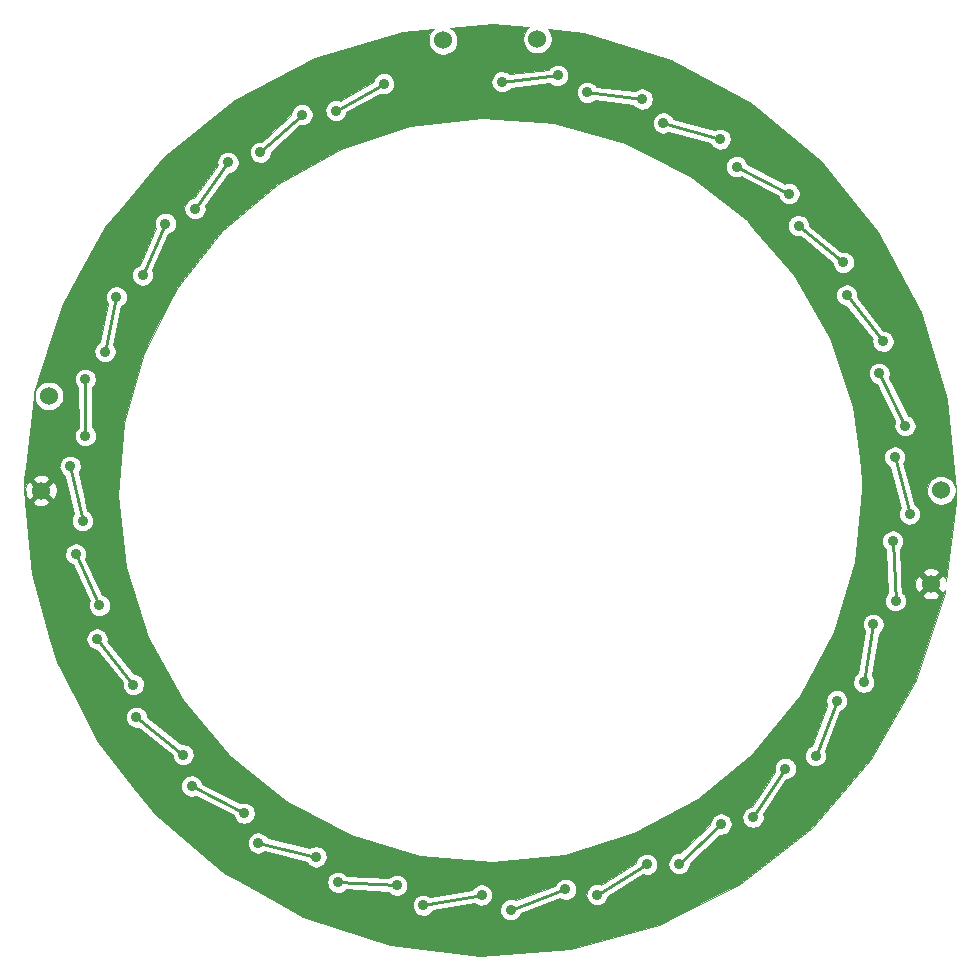
<source format=gbl>
G04 #@! TF.FileFunction,Copper,L2,Bot,Signal*
%FSLAX46Y46*%
G04 Gerber Fmt 4.6, Leading zero omitted, Abs format (unit mm)*
G04 Created by KiCad (PCBNEW 4.0.1-stable) date 2/4/2016 5:34:22 PM*
%MOMM*%
G01*
G04 APERTURE LIST*
%ADD10C,0.100000*%
%ADD11C,1.524000*%
%ADD12C,0.900000*%
%ADD13C,0.400000*%
%ADD14C,0.250000*%
G04 APERTURE END LIST*
D10*
D11*
X140650000Y-67060000D03*
X182000000Y-36820000D03*
X139980000Y-75050000D03*
X216200000Y-75030000D03*
X215320000Y-82940000D03*
X174010000Y-36940000D03*
D12*
X186980000Y-39870000D03*
X194120000Y-42630000D03*
X200540000Y-46700000D03*
X210030000Y-58360000D03*
X212850000Y-65330000D03*
X213770000Y-80300000D03*
X211900000Y-87660000D03*
X208540000Y-94390000D03*
X203990000Y-100380000D03*
X198160000Y-105180000D03*
X191370000Y-108730000D03*
X184060000Y-110780000D03*
X168980000Y-110050000D03*
X161830000Y-107410000D03*
X155450000Y-103370000D03*
X150120000Y-97940000D03*
X145860000Y-91740000D03*
X143080000Y-84770000D03*
X141830000Y-77240000D03*
X142120000Y-69740000D03*
X144030000Y-62380000D03*
X152120000Y-49620000D03*
X157970000Y-44790000D03*
X176300000Y-39750000D03*
X205840000Y-52080000D03*
X214010000Y-72790000D03*
X176460000Y-111190000D03*
X164800000Y-41290000D03*
X172070000Y-39240000D03*
X179650000Y-38750000D03*
X147400000Y-55600000D03*
X183710000Y-39910000D03*
X179000000Y-40440000D03*
X190880000Y-41910000D03*
X186230000Y-41350000D03*
X155810000Y-47260000D03*
X153010000Y-51190000D03*
X212330000Y-84390000D03*
X212080000Y-79330000D03*
X162070000Y-43220000D03*
X158540000Y-46410000D03*
X169000000Y-40600000D03*
X164940000Y-42880000D03*
X148050000Y-94240000D03*
X152010000Y-97430000D03*
X209630000Y-91280000D03*
X210430000Y-86380000D03*
X205550000Y-97510000D03*
X207350000Y-92840000D03*
X200250000Y-102710000D03*
X203000000Y-98590000D03*
X193990000Y-106650000D03*
X197550000Y-103290000D03*
X187060000Y-109270000D03*
X191250000Y-106700000D03*
X179740000Y-110530000D03*
X184380000Y-108810000D03*
X172330000Y-110170000D03*
X177270000Y-109300000D03*
X165100000Y-108220000D03*
X170080000Y-108470000D03*
X158370000Y-104890000D03*
X163270000Y-106070000D03*
X152730000Y-100060000D03*
X157180000Y-102370000D03*
X144720000Y-87620000D03*
X147790000Y-91480000D03*
X142910000Y-80430000D03*
X144920000Y-84780000D03*
X142440000Y-72990000D03*
X143500000Y-77600000D03*
X143720000Y-65650000D03*
X143740000Y-70410000D03*
X146360000Y-58660000D03*
X145390000Y-63280000D03*
X197470000Y-45300000D03*
X192670000Y-43930000D03*
X203300000Y-49910000D03*
X198870000Y-47630000D03*
X207910000Y-55740000D03*
X204110000Y-52630000D03*
X211260000Y-62410000D03*
X208180000Y-58500000D03*
X213130000Y-69570000D03*
X210940000Y-65130000D03*
X213510000Y-77040000D03*
X212240000Y-72220000D03*
X150510000Y-52450000D03*
X148580000Y-56810000D03*
D13*
X205840000Y-52080000D02*
X205820000Y-52080000D01*
X214010000Y-72790000D02*
X214030000Y-72790000D01*
X176460000Y-111190000D02*
X176460000Y-111170000D01*
X164800000Y-41290000D02*
X164770000Y-41310000D01*
D14*
X179000000Y-40440000D02*
X183710000Y-39910000D01*
X186230000Y-41350000D02*
X190880000Y-41910000D01*
X153010000Y-51190000D02*
X155810000Y-47260000D01*
X212080000Y-79330000D02*
X212330000Y-84390000D01*
X158540000Y-46410000D02*
X162070000Y-43220000D01*
X164940000Y-42880000D02*
X169000000Y-40600000D01*
X152010000Y-97430000D02*
X148050000Y-94240000D01*
X210430000Y-86380000D02*
X209630000Y-91280000D01*
X207350000Y-92840000D02*
X205550000Y-97510000D01*
X203000000Y-98590000D02*
X200250000Y-102710000D01*
X197550000Y-103290000D02*
X193990000Y-106650000D01*
X191250000Y-106700000D02*
X187060000Y-109270000D01*
X184380000Y-108810000D02*
X179740000Y-110530000D01*
X177270000Y-109300000D02*
X172330000Y-110170000D01*
X170080000Y-108470000D02*
X165100000Y-108220000D01*
X163270000Y-106070000D02*
X158370000Y-104890000D01*
X157180000Y-102370000D02*
X152730000Y-100060000D01*
X147790000Y-91480000D02*
X144720000Y-87620000D01*
X144920000Y-84780000D02*
X142910000Y-80430000D01*
X143500000Y-77600000D02*
X142440000Y-72990000D01*
X143740000Y-70410000D02*
X143720000Y-65650000D01*
X145390000Y-63280000D02*
X146360000Y-58660000D01*
X192670000Y-43930000D02*
X197470000Y-45300000D01*
X198870000Y-47630000D02*
X203300000Y-49910000D01*
X204110000Y-52630000D02*
X207910000Y-55740000D01*
X208180000Y-58500000D02*
X211260000Y-62410000D01*
X210940000Y-65130000D02*
X213130000Y-69570000D01*
X212240000Y-72220000D02*
X213510000Y-77040000D01*
X148580000Y-56810000D02*
X150510000Y-52450000D01*
D10*
G36*
X181281208Y-35841866D02*
X181236882Y-35870872D01*
X181067062Y-36037172D01*
X180932778Y-36233290D01*
X180839143Y-36451755D01*
X180789726Y-36684246D01*
X180786407Y-36921908D01*
X180829314Y-37155689D01*
X180916812Y-37376683D01*
X181045568Y-37576474D01*
X181210678Y-37747450D01*
X181405853Y-37883100D01*
X181623659Y-37978257D01*
X181855800Y-38029297D01*
X182093433Y-38034275D01*
X182327508Y-37993001D01*
X182549108Y-37907048D01*
X182749792Y-37779690D01*
X182921917Y-37615777D01*
X183058927Y-37421554D01*
X183155602Y-37204418D01*
X183208261Y-36972639D01*
X183212052Y-36701157D01*
X183165885Y-36467999D01*
X183075310Y-36248247D01*
X182943777Y-36050274D01*
X182906450Y-36012685D01*
X185937551Y-36331267D01*
X193297178Y-38609452D01*
X200074140Y-42273742D01*
X206010305Y-47184565D01*
X210879566Y-53154869D01*
X214496455Y-59957247D01*
X216723205Y-67332599D01*
X217475000Y-75000000D01*
X217459609Y-76102207D01*
X216623356Y-82721834D01*
X216582558Y-82533487D01*
X216500210Y-82334685D01*
X216291016Y-82257484D01*
X215608500Y-82940000D01*
X216291016Y-83622516D01*
X216500210Y-83545315D01*
X216528332Y-83474023D01*
X216494021Y-83745627D01*
X214062207Y-91055929D01*
X210256795Y-97754666D01*
X205222731Y-103586684D01*
X199151763Y-108329845D01*
X192275130Y-111803482D01*
X184854762Y-113875286D01*
X177173298Y-114466342D01*
X169523323Y-113554138D01*
X162196222Y-111173419D01*
X160536219Y-110245674D01*
X171428817Y-110245674D01*
X171460678Y-110419274D01*
X171525652Y-110583379D01*
X171621263Y-110731738D01*
X171743870Y-110858701D01*
X171888802Y-110959431D01*
X172050539Y-111030093D01*
X172222921Y-111067993D01*
X172399381Y-111071690D01*
X172573199Y-111041041D01*
X172737753Y-110977214D01*
X172886777Y-110882641D01*
X173014592Y-110760924D01*
X173116332Y-110616699D01*
X173116976Y-110615252D01*
X173171361Y-110605674D01*
X178838817Y-110605674D01*
X178870678Y-110779274D01*
X178935652Y-110943379D01*
X179031263Y-111091738D01*
X179153870Y-111218701D01*
X179298802Y-111319431D01*
X179460539Y-111390093D01*
X179632921Y-111427993D01*
X179809381Y-111431690D01*
X179983199Y-111401041D01*
X180147753Y-111337214D01*
X180296777Y-111242641D01*
X180424592Y-111120924D01*
X180526332Y-110976699D01*
X180592960Y-110827050D01*
X183926932Y-109591181D01*
X183938802Y-109599431D01*
X184100539Y-109670093D01*
X184272921Y-109707993D01*
X184449381Y-109711690D01*
X184623199Y-109681041D01*
X184787753Y-109617214D01*
X184936777Y-109522641D01*
X185064592Y-109400924D01*
X185103566Y-109345674D01*
X186158817Y-109345674D01*
X186190678Y-109519274D01*
X186255652Y-109683379D01*
X186351263Y-109831738D01*
X186473870Y-109958701D01*
X186618802Y-110059431D01*
X186780539Y-110130093D01*
X186952921Y-110167993D01*
X187129381Y-110171690D01*
X187303199Y-110141041D01*
X187467753Y-110077214D01*
X187616777Y-109982641D01*
X187744592Y-109860924D01*
X187846332Y-109716699D01*
X187918121Y-109555459D01*
X187954353Y-109395981D01*
X190957080Y-107554213D01*
X190970539Y-107560093D01*
X191142921Y-107597993D01*
X191319381Y-107601690D01*
X191493199Y-107571041D01*
X191657753Y-107507214D01*
X191806777Y-107412641D01*
X191934592Y-107290924D01*
X192036332Y-107146699D01*
X192108121Y-106985459D01*
X192147224Y-106813346D01*
X192148448Y-106725674D01*
X193088817Y-106725674D01*
X193120678Y-106899274D01*
X193185652Y-107063379D01*
X193281263Y-107211738D01*
X193403870Y-107338701D01*
X193548802Y-107439431D01*
X193710539Y-107510093D01*
X193882921Y-107547993D01*
X194059381Y-107551690D01*
X194233199Y-107521041D01*
X194397753Y-107457214D01*
X194546777Y-107362641D01*
X194674592Y-107240924D01*
X194776332Y-107096699D01*
X194848121Y-106935459D01*
X194887224Y-106763346D01*
X194889622Y-106591579D01*
X197437534Y-104186809D01*
X197442921Y-104187993D01*
X197619381Y-104191690D01*
X197793199Y-104161041D01*
X197957753Y-104097214D01*
X198106777Y-104002641D01*
X198234592Y-103880924D01*
X198336332Y-103736699D01*
X198408121Y-103575459D01*
X198447224Y-103403346D01*
X198450039Y-103201750D01*
X198415757Y-103028613D01*
X198348498Y-102865431D01*
X198295508Y-102785674D01*
X199348817Y-102785674D01*
X199380678Y-102959274D01*
X199445652Y-103123379D01*
X199541263Y-103271738D01*
X199663870Y-103398701D01*
X199808802Y-103499431D01*
X199970539Y-103570093D01*
X200142921Y-103607993D01*
X200319381Y-103611690D01*
X200493199Y-103581041D01*
X200657753Y-103517214D01*
X200806777Y-103422641D01*
X200934592Y-103300924D01*
X201036332Y-103156699D01*
X201108121Y-102995459D01*
X201147224Y-102823346D01*
X201150039Y-102621750D01*
X201115765Y-102448653D01*
X203092146Y-99487676D01*
X203243199Y-99461041D01*
X203407753Y-99397214D01*
X203556777Y-99302641D01*
X203684592Y-99180924D01*
X203786332Y-99036699D01*
X203858121Y-98875459D01*
X203897224Y-98703346D01*
X203900039Y-98501750D01*
X203865757Y-98328613D01*
X203798498Y-98165431D01*
X203700825Y-98018421D01*
X203576458Y-97893182D01*
X203430133Y-97794485D01*
X203267425Y-97726089D01*
X203094531Y-97690599D01*
X202918036Y-97689367D01*
X202744663Y-97722440D01*
X202581016Y-97788557D01*
X202433328Y-97885202D01*
X202307224Y-98008692D01*
X202207508Y-98154324D01*
X202137977Y-98316550D01*
X202101281Y-98489193D01*
X202098817Y-98665674D01*
X202130678Y-98839274D01*
X202135003Y-98850197D01*
X200158632Y-101811161D01*
X199994663Y-101842440D01*
X199831016Y-101908557D01*
X199683328Y-102005202D01*
X199557224Y-102128692D01*
X199457508Y-102274324D01*
X199387977Y-102436550D01*
X199351281Y-102609193D01*
X199348817Y-102785674D01*
X198295508Y-102785674D01*
X198250825Y-102718421D01*
X198126458Y-102593182D01*
X197980133Y-102494485D01*
X197817425Y-102426089D01*
X197644531Y-102390599D01*
X197468036Y-102389367D01*
X197294663Y-102422440D01*
X197131016Y-102488557D01*
X196983328Y-102585202D01*
X196857224Y-102708692D01*
X196757508Y-102854324D01*
X196687977Y-103016550D01*
X196651281Y-103189193D01*
X196649040Y-103349683D01*
X194101518Y-105754086D01*
X194084531Y-105750599D01*
X193908036Y-105749367D01*
X193734663Y-105782440D01*
X193571016Y-105848557D01*
X193423328Y-105945202D01*
X193297224Y-106068692D01*
X193197508Y-106214324D01*
X193127977Y-106376550D01*
X193091281Y-106549193D01*
X193088817Y-106725674D01*
X192148448Y-106725674D01*
X192150039Y-106611750D01*
X192115757Y-106438613D01*
X192048498Y-106275431D01*
X191950825Y-106128421D01*
X191826458Y-106003182D01*
X191680133Y-105904485D01*
X191517425Y-105836089D01*
X191344531Y-105800599D01*
X191168036Y-105799367D01*
X190994663Y-105832440D01*
X190831016Y-105898557D01*
X190683328Y-105995202D01*
X190557224Y-106118692D01*
X190457508Y-106264324D01*
X190387977Y-106426550D01*
X190356779Y-106573324D01*
X187351934Y-108416392D01*
X187327425Y-108406089D01*
X187154531Y-108370599D01*
X186978036Y-108369367D01*
X186804663Y-108402440D01*
X186641016Y-108468557D01*
X186493328Y-108565202D01*
X186367224Y-108688692D01*
X186267508Y-108834324D01*
X186197977Y-108996550D01*
X186161281Y-109169193D01*
X186158817Y-109345674D01*
X185103566Y-109345674D01*
X185166332Y-109256699D01*
X185238121Y-109095459D01*
X185277224Y-108923346D01*
X185280039Y-108721750D01*
X185245757Y-108548613D01*
X185178498Y-108385431D01*
X185080825Y-108238421D01*
X184956458Y-108113182D01*
X184810133Y-108014485D01*
X184647425Y-107946089D01*
X184474531Y-107910599D01*
X184298036Y-107909367D01*
X184124663Y-107942440D01*
X183961016Y-108008557D01*
X183813328Y-108105202D01*
X183687224Y-108228692D01*
X183587508Y-108374324D01*
X183528291Y-108512486D01*
X180191981Y-109749221D01*
X180170133Y-109734485D01*
X180007425Y-109666089D01*
X179834531Y-109630599D01*
X179658036Y-109629367D01*
X179484663Y-109662440D01*
X179321016Y-109728557D01*
X179173328Y-109825202D01*
X179047224Y-109948692D01*
X178947508Y-110094324D01*
X178877977Y-110256550D01*
X178841281Y-110429193D01*
X178838817Y-110605674D01*
X173171361Y-110605674D01*
X176682527Y-109987311D01*
X176683870Y-109988701D01*
X176828802Y-110089431D01*
X176990539Y-110160093D01*
X177162921Y-110197993D01*
X177339381Y-110201690D01*
X177513199Y-110171041D01*
X177677753Y-110107214D01*
X177826777Y-110012641D01*
X177954592Y-109890924D01*
X178056332Y-109746699D01*
X178128121Y-109585459D01*
X178167224Y-109413346D01*
X178170039Y-109211750D01*
X178135757Y-109038613D01*
X178068498Y-108875431D01*
X177970825Y-108728421D01*
X177846458Y-108603182D01*
X177700133Y-108504485D01*
X177537425Y-108436089D01*
X177364531Y-108400599D01*
X177188036Y-108399367D01*
X177014663Y-108432440D01*
X176851016Y-108498557D01*
X176703328Y-108595202D01*
X176577224Y-108718692D01*
X176484207Y-108854540D01*
X172916133Y-109482925D01*
X172906458Y-109473182D01*
X172760133Y-109374485D01*
X172597425Y-109306089D01*
X172424531Y-109270599D01*
X172248036Y-109269367D01*
X172074663Y-109302440D01*
X171911016Y-109368557D01*
X171763328Y-109465202D01*
X171637224Y-109588692D01*
X171537508Y-109734324D01*
X171467977Y-109896550D01*
X171431281Y-110069193D01*
X171428817Y-110245674D01*
X160536219Y-110245674D01*
X157047105Y-108295674D01*
X164198817Y-108295674D01*
X164230678Y-108469274D01*
X164295652Y-108633379D01*
X164391263Y-108781738D01*
X164513870Y-108908701D01*
X164658802Y-109009431D01*
X164820539Y-109080093D01*
X164992921Y-109117993D01*
X165169381Y-109121690D01*
X165343199Y-109091041D01*
X165507753Y-109027214D01*
X165656777Y-108932641D01*
X165765472Y-108829131D01*
X169356882Y-109009423D01*
X169371263Y-109031738D01*
X169493870Y-109158701D01*
X169638802Y-109259431D01*
X169800539Y-109330093D01*
X169972921Y-109367993D01*
X170149381Y-109371690D01*
X170323199Y-109341041D01*
X170487753Y-109277214D01*
X170636777Y-109182641D01*
X170764592Y-109060924D01*
X170866332Y-108916699D01*
X170938121Y-108755459D01*
X170977224Y-108583346D01*
X170980039Y-108381750D01*
X170945757Y-108208613D01*
X170878498Y-108045431D01*
X170780825Y-107898421D01*
X170656458Y-107773182D01*
X170510133Y-107674485D01*
X170347425Y-107606089D01*
X170174531Y-107570599D01*
X169998036Y-107569367D01*
X169824663Y-107602440D01*
X169661016Y-107668557D01*
X169513328Y-107765202D01*
X169415582Y-107860921D01*
X165822157Y-107680529D01*
X165800825Y-107648421D01*
X165676458Y-107523182D01*
X165530133Y-107424485D01*
X165367425Y-107356089D01*
X165194531Y-107320599D01*
X165018036Y-107319367D01*
X164844663Y-107352440D01*
X164681016Y-107418557D01*
X164533328Y-107515202D01*
X164407224Y-107638692D01*
X164307508Y-107784324D01*
X164237977Y-107946550D01*
X164201281Y-108119193D01*
X164198817Y-108295674D01*
X157047105Y-108295674D01*
X155471082Y-107414865D01*
X152593293Y-104965674D01*
X157468817Y-104965674D01*
X157500678Y-105139274D01*
X157565652Y-105303379D01*
X157661263Y-105451738D01*
X157783870Y-105578701D01*
X157928802Y-105679431D01*
X158090539Y-105750093D01*
X158262921Y-105787993D01*
X158439381Y-105791690D01*
X158613199Y-105761041D01*
X158777753Y-105697214D01*
X158912067Y-105611976D01*
X162458806Y-106466089D01*
X162465652Y-106483379D01*
X162561263Y-106631738D01*
X162683870Y-106758701D01*
X162828802Y-106859431D01*
X162990539Y-106930093D01*
X163162921Y-106967993D01*
X163339381Y-106971690D01*
X163513199Y-106941041D01*
X163677753Y-106877214D01*
X163826777Y-106782641D01*
X163954592Y-106660924D01*
X164056332Y-106516699D01*
X164128121Y-106355459D01*
X164167224Y-106183346D01*
X164170039Y-105981750D01*
X164135757Y-105808613D01*
X164068498Y-105645431D01*
X163970825Y-105498421D01*
X163846458Y-105373182D01*
X163700133Y-105274485D01*
X163537425Y-105206089D01*
X163364531Y-105170599D01*
X163188036Y-105169367D01*
X163014663Y-105202440D01*
X162851016Y-105268557D01*
X162729136Y-105348313D01*
X159180131Y-104493655D01*
X159168498Y-104465431D01*
X159070825Y-104318421D01*
X158946458Y-104193182D01*
X158800133Y-104094485D01*
X158637425Y-104026089D01*
X158464531Y-103990599D01*
X158288036Y-103989367D01*
X158114663Y-104022440D01*
X157951016Y-104088557D01*
X157803328Y-104185202D01*
X157677224Y-104308692D01*
X157577508Y-104454324D01*
X157507977Y-104616550D01*
X157471281Y-104789193D01*
X157468817Y-104965674D01*
X152593293Y-104965674D01*
X149604061Y-102421639D01*
X147792228Y-100135674D01*
X151828817Y-100135674D01*
X151860678Y-100309274D01*
X151925652Y-100473379D01*
X152021263Y-100621738D01*
X152143870Y-100748701D01*
X152288802Y-100849431D01*
X152450539Y-100920093D01*
X152622921Y-100957993D01*
X152799381Y-100961690D01*
X152973199Y-100931041D01*
X153080082Y-100889583D01*
X156299991Y-102561042D01*
X156310678Y-102619274D01*
X156375652Y-102783379D01*
X156471263Y-102931738D01*
X156593870Y-103058701D01*
X156738802Y-103159431D01*
X156900539Y-103230093D01*
X157072921Y-103267993D01*
X157249381Y-103271690D01*
X157423199Y-103241041D01*
X157587753Y-103177214D01*
X157736777Y-103082641D01*
X157864592Y-102960924D01*
X157966332Y-102816699D01*
X158038121Y-102655459D01*
X158077224Y-102483346D01*
X158080039Y-102281750D01*
X158045757Y-102108613D01*
X157978498Y-101945431D01*
X157880825Y-101798421D01*
X157756458Y-101673182D01*
X157610133Y-101574485D01*
X157447425Y-101506089D01*
X157274531Y-101470599D01*
X157098036Y-101469367D01*
X156924663Y-101502440D01*
X156830246Y-101540587D01*
X153609649Y-99868771D01*
X153595757Y-99798613D01*
X153528498Y-99635431D01*
X153430825Y-99488421D01*
X153306458Y-99363182D01*
X153160133Y-99264485D01*
X152997425Y-99196089D01*
X152824531Y-99160599D01*
X152648036Y-99159367D01*
X152474663Y-99192440D01*
X152311016Y-99258557D01*
X152163328Y-99355202D01*
X152037224Y-99478692D01*
X151937508Y-99624324D01*
X151867977Y-99786550D01*
X151831281Y-99959193D01*
X151828817Y-100135674D01*
X147792228Y-100135674D01*
X144818633Y-96383932D01*
X143755693Y-94315674D01*
X147148817Y-94315674D01*
X147180678Y-94489274D01*
X147245652Y-94653379D01*
X147341263Y-94801738D01*
X147463870Y-94928701D01*
X147608802Y-95029431D01*
X147770539Y-95100093D01*
X147942921Y-95137993D01*
X148119381Y-95141690D01*
X148228805Y-95122396D01*
X151109691Y-97443110D01*
X151108817Y-97505674D01*
X151140678Y-97679274D01*
X151205652Y-97843379D01*
X151301263Y-97991738D01*
X151423870Y-98118701D01*
X151568802Y-98219431D01*
X151730539Y-98290093D01*
X151902921Y-98327993D01*
X152079381Y-98331690D01*
X152253199Y-98301041D01*
X152417753Y-98237214D01*
X152566777Y-98142641D01*
X152694592Y-98020924D01*
X152796332Y-97876699D01*
X152868121Y-97715459D01*
X152907224Y-97543346D01*
X152910039Y-97341750D01*
X152875757Y-97168613D01*
X152808498Y-97005431D01*
X152710825Y-96858421D01*
X152586458Y-96733182D01*
X152440133Y-96634485D01*
X152277425Y-96566089D01*
X152104531Y-96530599D01*
X151928036Y-96529367D01*
X151831433Y-96547795D01*
X148949004Y-94225840D01*
X148950039Y-94151750D01*
X148915757Y-93978613D01*
X148848498Y-93815431D01*
X148750825Y-93668421D01*
X148626458Y-93543182D01*
X148480133Y-93444485D01*
X148317425Y-93376089D01*
X148144531Y-93340599D01*
X147968036Y-93339367D01*
X147794663Y-93372440D01*
X147631016Y-93438557D01*
X147483328Y-93535202D01*
X147357224Y-93658692D01*
X147257508Y-93804324D01*
X147187977Y-93966550D01*
X147151281Y-94139193D01*
X147148817Y-94315674D01*
X143755693Y-94315674D01*
X141297073Y-89531717D01*
X140770597Y-87695674D01*
X143818817Y-87695674D01*
X143850678Y-87869274D01*
X143915652Y-88033379D01*
X144011263Y-88181738D01*
X144133870Y-88308701D01*
X144278802Y-88409431D01*
X144440539Y-88480093D01*
X144612921Y-88517993D01*
X144700987Y-88519838D01*
X146908965Y-91295993D01*
X146891281Y-91379193D01*
X146888817Y-91555674D01*
X146920678Y-91729274D01*
X146985652Y-91893379D01*
X147081263Y-92041738D01*
X147203870Y-92168701D01*
X147348802Y-92269431D01*
X147510539Y-92340093D01*
X147682921Y-92377993D01*
X147859381Y-92381690D01*
X148033199Y-92351041D01*
X148197753Y-92287214D01*
X148346777Y-92192641D01*
X148474592Y-92070924D01*
X148576332Y-91926699D01*
X148648121Y-91765459D01*
X148687224Y-91593346D01*
X148690039Y-91391750D01*
X148655757Y-91218613D01*
X148588498Y-91055431D01*
X148490825Y-90908421D01*
X148366458Y-90783182D01*
X148220133Y-90684485D01*
X148057425Y-90616089D01*
X147884531Y-90580599D01*
X147808941Y-90580071D01*
X145601140Y-87804140D01*
X145617224Y-87733346D01*
X145620039Y-87531750D01*
X145585757Y-87358613D01*
X145518498Y-87195431D01*
X145420825Y-87048421D01*
X145296458Y-86923182D01*
X145150133Y-86824485D01*
X144987425Y-86756089D01*
X144814531Y-86720599D01*
X144638036Y-86719367D01*
X144464663Y-86752440D01*
X144301016Y-86818557D01*
X144153328Y-86915202D01*
X144027224Y-87038692D01*
X143927508Y-87184324D01*
X143857977Y-87346550D01*
X143821281Y-87519193D01*
X143818817Y-87695674D01*
X140770597Y-87695674D01*
X139173516Y-82125993D01*
X139037455Y-80505674D01*
X142008817Y-80505674D01*
X142040678Y-80679274D01*
X142105652Y-80843379D01*
X142201263Y-80991738D01*
X142323870Y-81118701D01*
X142468802Y-81219431D01*
X142630539Y-81290093D01*
X142678921Y-81300730D01*
X144107183Y-84391745D01*
X144057977Y-84506550D01*
X144021281Y-84679193D01*
X144018817Y-84855674D01*
X144050678Y-85029274D01*
X144115652Y-85193379D01*
X144211263Y-85341738D01*
X144333870Y-85468701D01*
X144478802Y-85569431D01*
X144640539Y-85640093D01*
X144812921Y-85677993D01*
X144989381Y-85681690D01*
X145163199Y-85651041D01*
X145327753Y-85587214D01*
X145476777Y-85492641D01*
X145604592Y-85370924D01*
X145706332Y-85226699D01*
X145778121Y-85065459D01*
X145817224Y-84893346D01*
X145820039Y-84691750D01*
X145785757Y-84518613D01*
X145718498Y-84355431D01*
X145620825Y-84208421D01*
X145496458Y-84083182D01*
X145350133Y-83984485D01*
X145187425Y-83916089D01*
X145150751Y-83908561D01*
X143722581Y-80817744D01*
X143768121Y-80715459D01*
X143807224Y-80543346D01*
X143810039Y-80341750D01*
X143775757Y-80168613D01*
X143708498Y-80005431D01*
X143610825Y-79858421D01*
X143486458Y-79733182D01*
X143340133Y-79634485D01*
X143177425Y-79566089D01*
X143004531Y-79530599D01*
X142828036Y-79529367D01*
X142654663Y-79562440D01*
X142491016Y-79628557D01*
X142343328Y-79725202D01*
X142217224Y-79848692D01*
X142117508Y-79994324D01*
X142047977Y-80156550D01*
X142011281Y-80329193D01*
X142008817Y-80505674D01*
X139037455Y-80505674D01*
X138660868Y-76021016D01*
X139297484Y-76021016D01*
X139374685Y-76230210D01*
X139616563Y-76325624D01*
X139872409Y-76372016D01*
X140132389Y-76367604D01*
X140386513Y-76312558D01*
X140585315Y-76230210D01*
X140662516Y-76021016D01*
X139980000Y-75338500D01*
X139297484Y-76021016D01*
X138660868Y-76021016D01*
X138570294Y-74942409D01*
X138657984Y-74942409D01*
X138662396Y-75202389D01*
X138717442Y-75456513D01*
X138799790Y-75655315D01*
X139008984Y-75732516D01*
X139691500Y-75050000D01*
X140268500Y-75050000D01*
X140951016Y-75732516D01*
X141160210Y-75655315D01*
X141255624Y-75413437D01*
X141302016Y-75157591D01*
X141297604Y-74897611D01*
X141242558Y-74643487D01*
X141160210Y-74444685D01*
X140951016Y-74367484D01*
X140268500Y-75050000D01*
X139691500Y-75050000D01*
X139008984Y-74367484D01*
X138799790Y-74444685D01*
X138704376Y-74686563D01*
X138657984Y-74942409D01*
X138570294Y-74942409D01*
X138528848Y-74448843D01*
X138570334Y-74078984D01*
X139297484Y-74078984D01*
X139980000Y-74761500D01*
X140662516Y-74078984D01*
X140585315Y-73869790D01*
X140343437Y-73774376D01*
X140087591Y-73727984D01*
X139827611Y-73732396D01*
X139573487Y-73787442D01*
X139374685Y-73869790D01*
X139297484Y-74078984D01*
X138570334Y-74078984D01*
X138683994Y-73065674D01*
X141538817Y-73065674D01*
X141570678Y-73239274D01*
X141635652Y-73403379D01*
X141731263Y-73551738D01*
X141853870Y-73678701D01*
X141998802Y-73779431D01*
X142035167Y-73795319D01*
X142784099Y-77052466D01*
X142707508Y-77164324D01*
X142637977Y-77326550D01*
X142601281Y-77499193D01*
X142598817Y-77675674D01*
X142630678Y-77849274D01*
X142695652Y-78013379D01*
X142791263Y-78161738D01*
X142913870Y-78288701D01*
X143058802Y-78389431D01*
X143220539Y-78460093D01*
X143392921Y-78497993D01*
X143569381Y-78501690D01*
X143743199Y-78471041D01*
X143907753Y-78407214D01*
X144056777Y-78312641D01*
X144184592Y-78190924D01*
X144286332Y-78046699D01*
X144358121Y-77885459D01*
X144397224Y-77713346D01*
X144400039Y-77511750D01*
X144365757Y-77338613D01*
X144298498Y-77175431D01*
X144200825Y-77028421D01*
X144076458Y-76903182D01*
X143930133Y-76804485D01*
X143904622Y-76793761D01*
X143593382Y-75440158D01*
X146478073Y-75440158D01*
X147163897Y-81554416D01*
X149024258Y-87419019D01*
X151988297Y-92810585D01*
X155943113Y-97523751D01*
X160738069Y-101378995D01*
X166190527Y-104229471D01*
X172092804Y-105966606D01*
X178220084Y-106524232D01*
X184338981Y-105881110D01*
X190216429Y-104061736D01*
X195628556Y-101135409D01*
X199919448Y-97585674D01*
X204648817Y-97585674D01*
X204680678Y-97759274D01*
X204745652Y-97923379D01*
X204841263Y-98071738D01*
X204963870Y-98198701D01*
X205108802Y-98299431D01*
X205270539Y-98370093D01*
X205442921Y-98407993D01*
X205619381Y-98411690D01*
X205793199Y-98381041D01*
X205957753Y-98317214D01*
X206106777Y-98222641D01*
X206234592Y-98100924D01*
X206336332Y-97956699D01*
X206408121Y-97795459D01*
X206447224Y-97623346D01*
X206450039Y-97421750D01*
X206415757Y-97248613D01*
X206348498Y-97085431D01*
X206336715Y-97067696D01*
X207637058Y-93694029D01*
X207757753Y-93647214D01*
X207906777Y-93552641D01*
X208034592Y-93430924D01*
X208136332Y-93286699D01*
X208208121Y-93125459D01*
X208247224Y-92953346D01*
X208250039Y-92751750D01*
X208215757Y-92578613D01*
X208148498Y-92415431D01*
X208050825Y-92268421D01*
X207926458Y-92143182D01*
X207780133Y-92044485D01*
X207617425Y-91976089D01*
X207444531Y-91940599D01*
X207268036Y-91939367D01*
X207094663Y-91972440D01*
X206931016Y-92038557D01*
X206783328Y-92135202D01*
X206657224Y-92258692D01*
X206557508Y-92404324D01*
X206487977Y-92566550D01*
X206451281Y-92739193D01*
X206448817Y-92915674D01*
X206480678Y-93089274D01*
X206545652Y-93253379D01*
X206563663Y-93281326D01*
X205263269Y-96655124D01*
X205131016Y-96708557D01*
X204983328Y-96805202D01*
X204857224Y-96928692D01*
X204757508Y-97074324D01*
X204687977Y-97236550D01*
X204651281Y-97409193D01*
X204648817Y-97585674D01*
X199919448Y-97585674D01*
X200369217Y-97213593D01*
X204257842Y-92445669D01*
X204837402Y-91355674D01*
X208728817Y-91355674D01*
X208760678Y-91529274D01*
X208825652Y-91693379D01*
X208921263Y-91841738D01*
X209043870Y-91968701D01*
X209188802Y-92069431D01*
X209350539Y-92140093D01*
X209522921Y-92177993D01*
X209699381Y-92181690D01*
X209873199Y-92151041D01*
X210037753Y-92087214D01*
X210186777Y-91992641D01*
X210314592Y-91870924D01*
X210416332Y-91726699D01*
X210488121Y-91565459D01*
X210527224Y-91393346D01*
X210530039Y-91191750D01*
X210495757Y-91018613D01*
X210428498Y-90855431D01*
X210330825Y-90708421D01*
X210309447Y-90686893D01*
X210885801Y-87156722D01*
X210986777Y-87092641D01*
X211114592Y-86970924D01*
X211216332Y-86826699D01*
X211288121Y-86665459D01*
X211327224Y-86493346D01*
X211330039Y-86291750D01*
X211295757Y-86118613D01*
X211228498Y-85955431D01*
X211130825Y-85808421D01*
X211006458Y-85683182D01*
X210860133Y-85584485D01*
X210697425Y-85516089D01*
X210524531Y-85480599D01*
X210348036Y-85479367D01*
X210174663Y-85512440D01*
X210011016Y-85578557D01*
X209863328Y-85675202D01*
X209737224Y-85798692D01*
X209637508Y-85944324D01*
X209567977Y-86106550D01*
X209531281Y-86279193D01*
X209528817Y-86455674D01*
X209560678Y-86629274D01*
X209625652Y-86793379D01*
X209721263Y-86941738D01*
X209750698Y-86972219D01*
X209174314Y-90502574D01*
X209063328Y-90575202D01*
X208937224Y-90698692D01*
X208837508Y-90844324D01*
X208767977Y-91006550D01*
X208731281Y-91179193D01*
X208728817Y-91355674D01*
X204837402Y-91355674D01*
X207146314Y-87013244D01*
X208924611Y-81123238D01*
X209093019Y-79405674D01*
X211178817Y-79405674D01*
X211210678Y-79579274D01*
X211275652Y-79743379D01*
X211371263Y-79891738D01*
X211493870Y-80018701D01*
X211539907Y-80050697D01*
X211721501Y-83726162D01*
X211637224Y-83808692D01*
X211537508Y-83954324D01*
X211467977Y-84116550D01*
X211431281Y-84289193D01*
X211428817Y-84465674D01*
X211460678Y-84639274D01*
X211525652Y-84803379D01*
X211621263Y-84951738D01*
X211743870Y-85078701D01*
X211888802Y-85179431D01*
X212050539Y-85250093D01*
X212222921Y-85287993D01*
X212399381Y-85291690D01*
X212573199Y-85261041D01*
X212737753Y-85197214D01*
X212886777Y-85102641D01*
X213014592Y-84980924D01*
X213116332Y-84836699D01*
X213188121Y-84675459D01*
X213227224Y-84503346D01*
X213230039Y-84301750D01*
X213195757Y-84128613D01*
X213128498Y-83965431D01*
X213092345Y-83911016D01*
X214637484Y-83911016D01*
X214714685Y-84120210D01*
X214956563Y-84215624D01*
X215212409Y-84262016D01*
X215472389Y-84257604D01*
X215726513Y-84202558D01*
X215925315Y-84120210D01*
X216002516Y-83911016D01*
X215320000Y-83228500D01*
X214637484Y-83911016D01*
X213092345Y-83911016D01*
X213030825Y-83818421D01*
X212906458Y-83693182D01*
X212870060Y-83668631D01*
X212828745Y-82832409D01*
X213997984Y-82832409D01*
X214002396Y-83092389D01*
X214057442Y-83346513D01*
X214139790Y-83545315D01*
X214348984Y-83622516D01*
X215031500Y-82940000D01*
X214348984Y-82257484D01*
X214139790Y-82334685D01*
X214044376Y-82576563D01*
X213997984Y-82832409D01*
X212828745Y-82832409D01*
X212786086Y-81968984D01*
X214637484Y-81968984D01*
X215320000Y-82651500D01*
X216002516Y-81968984D01*
X215925315Y-81759790D01*
X215683437Y-81664376D01*
X215427591Y-81617984D01*
X215167611Y-81622396D01*
X214913487Y-81677442D01*
X214714685Y-81759790D01*
X214637484Y-81968984D01*
X212786086Y-81968984D01*
X212688478Y-79993407D01*
X212764592Y-79920924D01*
X212866332Y-79776699D01*
X212938121Y-79615459D01*
X212977224Y-79443346D01*
X212980039Y-79241750D01*
X212945757Y-79068613D01*
X212878498Y-78905431D01*
X212780825Y-78758421D01*
X212656458Y-78633182D01*
X212510133Y-78534485D01*
X212347425Y-78466089D01*
X212174531Y-78430599D01*
X211998036Y-78429367D01*
X211824663Y-78462440D01*
X211661016Y-78528557D01*
X211513328Y-78625202D01*
X211387224Y-78748692D01*
X211287508Y-78894324D01*
X211217977Y-79056550D01*
X211181281Y-79229193D01*
X211178817Y-79405674D01*
X209093019Y-79405674D01*
X209525000Y-75000000D01*
X209512709Y-74119770D01*
X209282272Y-72295674D01*
X211338817Y-72295674D01*
X211370678Y-72469274D01*
X211435652Y-72633379D01*
X211531263Y-72781738D01*
X211653870Y-72908701D01*
X211798802Y-73009431D01*
X211860479Y-73036377D01*
X212777497Y-76516712D01*
X212717508Y-76604324D01*
X212647977Y-76766550D01*
X212611281Y-76939193D01*
X212608817Y-77115674D01*
X212640678Y-77289274D01*
X212705652Y-77453379D01*
X212801263Y-77601738D01*
X212923870Y-77728701D01*
X213068802Y-77829431D01*
X213230539Y-77900093D01*
X213402921Y-77937993D01*
X213579381Y-77941690D01*
X213753199Y-77911041D01*
X213917753Y-77847214D01*
X214066777Y-77752641D01*
X214194592Y-77630924D01*
X214296332Y-77486699D01*
X214368121Y-77325459D01*
X214407224Y-77153346D01*
X214410039Y-76951750D01*
X214375757Y-76778613D01*
X214308498Y-76615431D01*
X214210825Y-76468421D01*
X214086458Y-76343182D01*
X213940133Y-76244485D01*
X213889399Y-76223158D01*
X213601871Y-75131908D01*
X214986407Y-75131908D01*
X215029314Y-75365689D01*
X215116812Y-75586683D01*
X215245568Y-75786474D01*
X215410678Y-75957450D01*
X215605853Y-76093100D01*
X215823659Y-76188257D01*
X216055800Y-76239297D01*
X216293433Y-76244275D01*
X216527508Y-76203001D01*
X216749108Y-76117048D01*
X216949792Y-75989690D01*
X217121917Y-75825777D01*
X217258927Y-75631554D01*
X217355602Y-75414418D01*
X217408261Y-75182639D01*
X217412052Y-74911157D01*
X217365885Y-74677999D01*
X217275310Y-74458247D01*
X217143777Y-74260274D01*
X216976296Y-74091620D01*
X216779246Y-73958708D01*
X216560132Y-73866601D01*
X216327301Y-73818808D01*
X216089622Y-73817148D01*
X215856147Y-73861686D01*
X215635768Y-73950725D01*
X215436882Y-74080872D01*
X215267062Y-74247172D01*
X215132778Y-74443290D01*
X215039143Y-74661755D01*
X214989726Y-74894246D01*
X214986407Y-75131908D01*
X213601871Y-75131908D01*
X212972449Y-72743082D01*
X213026332Y-72666699D01*
X213098121Y-72505459D01*
X213137224Y-72333346D01*
X213140039Y-72131750D01*
X213105757Y-71958613D01*
X213038498Y-71795431D01*
X212940825Y-71648421D01*
X212816458Y-71523182D01*
X212670133Y-71424485D01*
X212507425Y-71356089D01*
X212334531Y-71320599D01*
X212158036Y-71319367D01*
X211984663Y-71352440D01*
X211821016Y-71418557D01*
X211673328Y-71515202D01*
X211547224Y-71638692D01*
X211447508Y-71784324D01*
X211377977Y-71946550D01*
X211341281Y-72119193D01*
X211338817Y-72295674D01*
X209282272Y-72295674D01*
X208741583Y-68015684D01*
X207806818Y-65205674D01*
X210038817Y-65205674D01*
X210070678Y-65379274D01*
X210135652Y-65543379D01*
X210231263Y-65691738D01*
X210353870Y-65818701D01*
X210498802Y-65919431D01*
X210660539Y-65990093D01*
X210730702Y-66005519D01*
X212307964Y-69203255D01*
X212267977Y-69296550D01*
X212231281Y-69469193D01*
X212228817Y-69645674D01*
X212260678Y-69819274D01*
X212325652Y-69983379D01*
X212421263Y-70131738D01*
X212543870Y-70258701D01*
X212688802Y-70359431D01*
X212850539Y-70430093D01*
X213022921Y-70467993D01*
X213199381Y-70471690D01*
X213373199Y-70441041D01*
X213537753Y-70377214D01*
X213686777Y-70282641D01*
X213814592Y-70160924D01*
X213916332Y-70016699D01*
X213988121Y-69855459D01*
X214027224Y-69683346D01*
X214030039Y-69481750D01*
X213995757Y-69308613D01*
X213928498Y-69145431D01*
X213830825Y-68998421D01*
X213706458Y-68873182D01*
X213560133Y-68774485D01*
X213397425Y-68706089D01*
X213339120Y-68694121D01*
X211761980Y-65496632D01*
X211798121Y-65415459D01*
X211837224Y-65243346D01*
X211840039Y-65041750D01*
X211805757Y-64868613D01*
X211738498Y-64705431D01*
X211640825Y-64558421D01*
X211516458Y-64433182D01*
X211370133Y-64334485D01*
X211207425Y-64266089D01*
X211034531Y-64230599D01*
X210858036Y-64229367D01*
X210684663Y-64262440D01*
X210521016Y-64328557D01*
X210373328Y-64425202D01*
X210247224Y-64548692D01*
X210147508Y-64694324D01*
X210077977Y-64856550D01*
X210041281Y-65029193D01*
X210038817Y-65205674D01*
X207806818Y-65205674D01*
X206799521Y-62177627D01*
X204753327Y-58575674D01*
X207278817Y-58575674D01*
X207310678Y-58749274D01*
X207375652Y-58913379D01*
X207471263Y-59061738D01*
X207593870Y-59188701D01*
X207738802Y-59289431D01*
X207900539Y-59360093D01*
X208072921Y-59397993D01*
X208156784Y-59399750D01*
X210379840Y-62221877D01*
X210361281Y-62309193D01*
X210358817Y-62485674D01*
X210390678Y-62659274D01*
X210455652Y-62823379D01*
X210551263Y-62971738D01*
X210673870Y-63098701D01*
X210818802Y-63199431D01*
X210980539Y-63270093D01*
X211152921Y-63307993D01*
X211329381Y-63311690D01*
X211503199Y-63281041D01*
X211667753Y-63217214D01*
X211816777Y-63122641D01*
X211944592Y-63000924D01*
X212046332Y-62856699D01*
X212118121Y-62695459D01*
X212157224Y-62523346D01*
X212160039Y-62321750D01*
X212125757Y-62148613D01*
X212058498Y-61985431D01*
X211960825Y-61838421D01*
X211836458Y-61713182D01*
X211690133Y-61614485D01*
X211527425Y-61546089D01*
X211354531Y-61510599D01*
X211283098Y-61510100D01*
X209060218Y-58688198D01*
X209077224Y-58613346D01*
X209080039Y-58411750D01*
X209045757Y-58238613D01*
X208978498Y-58075431D01*
X208880825Y-57928421D01*
X208756458Y-57803182D01*
X208610133Y-57704485D01*
X208447425Y-57636089D01*
X208274531Y-57600599D01*
X208098036Y-57599367D01*
X207924663Y-57632440D01*
X207761016Y-57698557D01*
X207613328Y-57795202D01*
X207487224Y-57918692D01*
X207387508Y-58064324D01*
X207317977Y-58226550D01*
X207281281Y-58399193D01*
X207278817Y-58575674D01*
X204753327Y-58575674D01*
X203760493Y-56827971D01*
X200202222Y-52705674D01*
X203208817Y-52705674D01*
X203240678Y-52879274D01*
X203305652Y-53043379D01*
X203401263Y-53191738D01*
X203523870Y-53318701D01*
X203668802Y-53419431D01*
X203830539Y-53490093D01*
X204002921Y-53527993D01*
X204179381Y-53531690D01*
X204281804Y-53513630D01*
X207009786Y-55746268D01*
X207008817Y-55815674D01*
X207040678Y-55989274D01*
X207105652Y-56153379D01*
X207201263Y-56301738D01*
X207323870Y-56428701D01*
X207468802Y-56529431D01*
X207630539Y-56600093D01*
X207802921Y-56637993D01*
X207979381Y-56641690D01*
X208153199Y-56611041D01*
X208317753Y-56547214D01*
X208466777Y-56452641D01*
X208594592Y-56330924D01*
X208696332Y-56186699D01*
X208768121Y-56025459D01*
X208807224Y-55853346D01*
X208810039Y-55651750D01*
X208775757Y-55478613D01*
X208708498Y-55315431D01*
X208610825Y-55168421D01*
X208486458Y-55043182D01*
X208340133Y-54944485D01*
X208177425Y-54876089D01*
X208004531Y-54840599D01*
X207828036Y-54839367D01*
X207738329Y-54856480D01*
X205008909Y-52622665D01*
X205010039Y-52541750D01*
X204975757Y-52368613D01*
X204908498Y-52205431D01*
X204810825Y-52058421D01*
X204686458Y-51933182D01*
X204540133Y-51834485D01*
X204377425Y-51766089D01*
X204204531Y-51730599D01*
X204028036Y-51729367D01*
X203854663Y-51762440D01*
X203691016Y-51828557D01*
X203543328Y-51925202D01*
X203417224Y-52048692D01*
X203317508Y-52194324D01*
X203247977Y-52356550D01*
X203211281Y-52529193D01*
X203208817Y-52705674D01*
X200202222Y-52705674D01*
X199740256Y-52170482D01*
X194891940Y-48382562D01*
X193551930Y-47705674D01*
X197968817Y-47705674D01*
X198000678Y-47879274D01*
X198065652Y-48043379D01*
X198161263Y-48191738D01*
X198283870Y-48318701D01*
X198428802Y-48419431D01*
X198590539Y-48490093D01*
X198762921Y-48527993D01*
X198939381Y-48531690D01*
X199113199Y-48501041D01*
X199223094Y-48458415D01*
X202420543Y-50104054D01*
X202430678Y-50159274D01*
X202495652Y-50323379D01*
X202591263Y-50471738D01*
X202713870Y-50598701D01*
X202858802Y-50699431D01*
X203020539Y-50770093D01*
X203192921Y-50807993D01*
X203369381Y-50811690D01*
X203543199Y-50781041D01*
X203707753Y-50717214D01*
X203856777Y-50622641D01*
X203984592Y-50500924D01*
X204086332Y-50356699D01*
X204158121Y-50195459D01*
X204197224Y-50023346D01*
X204200039Y-49821750D01*
X204165757Y-49648613D01*
X204098498Y-49485431D01*
X204000825Y-49338421D01*
X203876458Y-49213182D01*
X203730133Y-49114485D01*
X203567425Y-49046089D01*
X203394531Y-49010599D01*
X203218036Y-49009367D01*
X203044663Y-49042440D01*
X202947288Y-49081782D01*
X199749047Y-47435735D01*
X199735757Y-47368613D01*
X199668498Y-47205431D01*
X199570825Y-47058421D01*
X199446458Y-46933182D01*
X199300133Y-46834485D01*
X199137425Y-46766089D01*
X198964531Y-46730599D01*
X198788036Y-46729367D01*
X198614663Y-46762440D01*
X198451016Y-46828557D01*
X198303328Y-46925202D01*
X198177224Y-47048692D01*
X198077508Y-47194324D01*
X198007977Y-47356550D01*
X197971281Y-47529193D01*
X197968817Y-47705674D01*
X193551930Y-47705674D01*
X189400215Y-45608492D01*
X183659564Y-44005674D01*
X191768817Y-44005674D01*
X191800678Y-44179274D01*
X191865652Y-44343379D01*
X191961263Y-44491738D01*
X192083870Y-44618701D01*
X192228802Y-44719431D01*
X192390539Y-44790093D01*
X192562921Y-44827993D01*
X192739381Y-44831690D01*
X192913199Y-44801041D01*
X193077753Y-44737214D01*
X193178697Y-44673153D01*
X196645569Y-45662656D01*
X196665652Y-45713379D01*
X196761263Y-45861738D01*
X196883870Y-45988701D01*
X197028802Y-46089431D01*
X197190539Y-46160093D01*
X197362921Y-46197993D01*
X197539381Y-46201690D01*
X197713199Y-46171041D01*
X197877753Y-46107214D01*
X198026777Y-46012641D01*
X198154592Y-45890924D01*
X198256332Y-45746699D01*
X198328121Y-45585459D01*
X198367224Y-45413346D01*
X198370039Y-45211750D01*
X198335757Y-45038613D01*
X198268498Y-44875431D01*
X198170825Y-44728421D01*
X198046458Y-44603182D01*
X197900133Y-44504485D01*
X197737425Y-44436089D01*
X197564531Y-44400599D01*
X197388036Y-44399367D01*
X197214663Y-44432440D01*
X197051016Y-44498557D01*
X196961746Y-44556974D01*
X193493962Y-43567210D01*
X193468498Y-43505431D01*
X193370825Y-43358421D01*
X193246458Y-43233182D01*
X193100133Y-43134485D01*
X192937425Y-43066089D01*
X192764531Y-43030599D01*
X192588036Y-43029367D01*
X192414663Y-43062440D01*
X192251016Y-43128557D01*
X192103328Y-43225202D01*
X191977224Y-43348692D01*
X191877508Y-43494324D01*
X191807977Y-43656550D01*
X191771281Y-43829193D01*
X191768817Y-44005674D01*
X183659564Y-44005674D01*
X183474259Y-43953936D01*
X177339790Y-43481914D01*
X171230469Y-44210406D01*
X165378997Y-46111665D01*
X160008255Y-49113271D01*
X155322813Y-53100895D01*
X151501138Y-57922649D01*
X148688796Y-63394873D01*
X146992909Y-69309134D01*
X146478073Y-75440158D01*
X143593382Y-75440158D01*
X143155729Y-73536785D01*
X143226332Y-73436699D01*
X143298121Y-73275459D01*
X143337224Y-73103346D01*
X143340039Y-72901750D01*
X143305757Y-72728613D01*
X143238498Y-72565431D01*
X143140825Y-72418421D01*
X143016458Y-72293182D01*
X142870133Y-72194485D01*
X142707425Y-72126089D01*
X142534531Y-72090599D01*
X142358036Y-72089367D01*
X142184663Y-72122440D01*
X142021016Y-72188557D01*
X141873328Y-72285202D01*
X141747224Y-72408692D01*
X141647508Y-72554324D01*
X141577977Y-72716550D01*
X141541281Y-72889193D01*
X141538817Y-73065674D01*
X138683994Y-73065674D01*
X139346208Y-67161908D01*
X139436407Y-67161908D01*
X139479314Y-67395689D01*
X139566812Y-67616683D01*
X139695568Y-67816474D01*
X139860678Y-67987450D01*
X140055853Y-68123100D01*
X140273659Y-68218257D01*
X140505800Y-68269297D01*
X140743433Y-68274275D01*
X140977508Y-68233001D01*
X141199108Y-68147048D01*
X141399792Y-68019690D01*
X141571917Y-67855777D01*
X141708927Y-67661554D01*
X141805602Y-67444418D01*
X141858261Y-67212639D01*
X141862052Y-66941157D01*
X141815885Y-66707999D01*
X141725310Y-66488247D01*
X141593777Y-66290274D01*
X141426296Y-66121620D01*
X141229246Y-65988708D01*
X141010132Y-65896601D01*
X140777301Y-65848808D01*
X140539622Y-65847148D01*
X140306147Y-65891686D01*
X140085768Y-65980725D01*
X139886882Y-66110872D01*
X139717062Y-66277172D01*
X139582778Y-66473290D01*
X139489143Y-66691755D01*
X139439726Y-66924246D01*
X139436407Y-67161908D01*
X139346208Y-67161908D01*
X139387623Y-66792686D01*
X139726099Y-65725674D01*
X142818817Y-65725674D01*
X142850678Y-65899274D01*
X142915652Y-66063379D01*
X143011263Y-66211738D01*
X143133870Y-66338701D01*
X143147930Y-66348473D01*
X143162080Y-69716217D01*
X143047224Y-69828692D01*
X142947508Y-69974324D01*
X142877977Y-70136550D01*
X142841281Y-70309193D01*
X142838817Y-70485674D01*
X142870678Y-70659274D01*
X142935652Y-70823379D01*
X143031263Y-70971738D01*
X143153870Y-71098701D01*
X143298802Y-71199431D01*
X143460539Y-71270093D01*
X143632921Y-71307993D01*
X143809381Y-71311690D01*
X143983199Y-71281041D01*
X144147753Y-71217214D01*
X144296777Y-71122641D01*
X144424592Y-71000924D01*
X144526332Y-70856699D01*
X144598121Y-70695459D01*
X144637224Y-70523346D01*
X144640039Y-70321750D01*
X144605757Y-70148613D01*
X144538498Y-69985431D01*
X144440825Y-69838421D01*
X144316458Y-69713182D01*
X144312065Y-69710219D01*
X144297915Y-66342512D01*
X144404592Y-66240924D01*
X144506332Y-66096699D01*
X144578121Y-65935459D01*
X144617224Y-65763346D01*
X144620039Y-65561750D01*
X144585757Y-65388613D01*
X144518498Y-65225431D01*
X144420825Y-65078421D01*
X144296458Y-64953182D01*
X144150133Y-64854485D01*
X143987425Y-64786089D01*
X143814531Y-64750599D01*
X143638036Y-64749367D01*
X143464663Y-64782440D01*
X143301016Y-64848557D01*
X143153328Y-64945202D01*
X143027224Y-65068692D01*
X142927508Y-65214324D01*
X142857977Y-65376550D01*
X142821281Y-65549193D01*
X142818817Y-65725674D01*
X139726099Y-65725674D01*
X140477907Y-63355674D01*
X144488817Y-63355674D01*
X144520678Y-63529274D01*
X144585652Y-63693379D01*
X144681263Y-63841738D01*
X144803870Y-63968701D01*
X144948802Y-64069431D01*
X145110539Y-64140093D01*
X145282921Y-64177993D01*
X145459381Y-64181690D01*
X145633199Y-64151041D01*
X145797753Y-64087214D01*
X145946777Y-63992641D01*
X146074592Y-63870924D01*
X146176332Y-63726699D01*
X146248121Y-63565459D01*
X146287224Y-63393346D01*
X146290039Y-63191750D01*
X146255757Y-63018613D01*
X146188498Y-62855431D01*
X146095931Y-62716106D01*
X146779641Y-59459670D01*
X146916777Y-59372641D01*
X147044592Y-59250924D01*
X147146332Y-59106699D01*
X147218121Y-58945459D01*
X147257224Y-58773346D01*
X147260039Y-58571750D01*
X147225757Y-58398613D01*
X147158498Y-58235431D01*
X147060825Y-58088421D01*
X146936458Y-57963182D01*
X146790133Y-57864485D01*
X146627425Y-57796089D01*
X146454531Y-57760599D01*
X146278036Y-57759367D01*
X146104663Y-57792440D01*
X145941016Y-57858557D01*
X145793328Y-57955202D01*
X145667224Y-58078692D01*
X145567508Y-58224324D01*
X145497977Y-58386550D01*
X145461281Y-58559193D01*
X145458817Y-58735674D01*
X145490678Y-58909274D01*
X145555652Y-59073379D01*
X145651263Y-59221738D01*
X145653940Y-59224510D01*
X144970686Y-62478773D01*
X144823328Y-62575202D01*
X144697224Y-62698692D01*
X144597508Y-62844324D01*
X144527977Y-63006550D01*
X144491281Y-63179193D01*
X144488817Y-63355674D01*
X140477907Y-63355674D01*
X141717132Y-59449143D01*
X143126411Y-56885674D01*
X147678817Y-56885674D01*
X147710678Y-57059274D01*
X147775652Y-57223379D01*
X147871263Y-57371738D01*
X147993870Y-57498701D01*
X148138802Y-57599431D01*
X148300539Y-57670093D01*
X148472921Y-57707993D01*
X148649381Y-57711690D01*
X148823199Y-57681041D01*
X148987753Y-57617214D01*
X149136777Y-57522641D01*
X149264592Y-57400924D01*
X149366332Y-57256699D01*
X149438121Y-57095459D01*
X149477224Y-56923346D01*
X149480039Y-56721750D01*
X149445757Y-56548613D01*
X149387302Y-56406790D01*
X150753250Y-53321021D01*
X150917753Y-53257214D01*
X151066777Y-53162641D01*
X151194592Y-53040924D01*
X151296332Y-52896699D01*
X151368121Y-52735459D01*
X151407224Y-52563346D01*
X151410039Y-52361750D01*
X151375757Y-52188613D01*
X151308498Y-52025431D01*
X151210825Y-51878421D01*
X151086458Y-51753182D01*
X150940133Y-51654485D01*
X150777425Y-51586089D01*
X150604531Y-51550599D01*
X150428036Y-51549367D01*
X150254663Y-51582440D01*
X150091016Y-51648557D01*
X149943328Y-51745202D01*
X149817224Y-51868692D01*
X149717508Y-52014324D01*
X149647977Y-52176550D01*
X149611281Y-52349193D01*
X149608817Y-52525674D01*
X149640678Y-52699274D01*
X149702132Y-52854489D01*
X148336192Y-55940241D01*
X148324663Y-55942440D01*
X148161016Y-56008557D01*
X148013328Y-56105202D01*
X147887224Y-56228692D01*
X147787508Y-56374324D01*
X147717977Y-56536550D01*
X147681281Y-56709193D01*
X147678817Y-56885674D01*
X143126411Y-56885674D01*
X145428645Y-52697928D01*
X146630448Y-51265674D01*
X152108817Y-51265674D01*
X152140678Y-51439274D01*
X152205652Y-51603379D01*
X152301263Y-51751738D01*
X152423870Y-51878701D01*
X152568802Y-51979431D01*
X152730539Y-52050093D01*
X152902921Y-52087993D01*
X153079381Y-52091690D01*
X153253199Y-52061041D01*
X153417753Y-51997214D01*
X153566777Y-51902641D01*
X153694592Y-51780924D01*
X153796332Y-51636699D01*
X153868121Y-51475459D01*
X153907224Y-51303346D01*
X153910039Y-51101750D01*
X153881517Y-50957703D01*
X155873672Y-48161570D01*
X155879381Y-48161690D01*
X156053199Y-48131041D01*
X156217753Y-48067214D01*
X156366777Y-47972641D01*
X156494592Y-47850924D01*
X156596332Y-47706699D01*
X156668121Y-47545459D01*
X156707224Y-47373346D01*
X156710039Y-47171750D01*
X156675757Y-46998613D01*
X156608498Y-46835431D01*
X156510825Y-46688421D01*
X156386458Y-46563182D01*
X156271548Y-46485674D01*
X157638817Y-46485674D01*
X157670678Y-46659274D01*
X157735652Y-46823379D01*
X157831263Y-46971738D01*
X157953870Y-47098701D01*
X158098802Y-47199431D01*
X158260539Y-47270093D01*
X158432921Y-47307993D01*
X158609381Y-47311690D01*
X158783199Y-47281041D01*
X158947753Y-47217214D01*
X159096777Y-47122641D01*
X159224592Y-47000924D01*
X159326332Y-46856699D01*
X159398121Y-46695459D01*
X159437224Y-46523346D01*
X159439333Y-46372290D01*
X161939579Y-44112861D01*
X161962921Y-44117993D01*
X162139381Y-44121690D01*
X162313199Y-44091041D01*
X162477753Y-44027214D01*
X162626777Y-43932641D01*
X162754592Y-43810924D01*
X162856332Y-43666699D01*
X162928121Y-43505459D01*
X162967224Y-43333346D01*
X162970039Y-43131750D01*
X162935757Y-42958613D01*
X162934546Y-42955674D01*
X164038817Y-42955674D01*
X164070678Y-43129274D01*
X164135652Y-43293379D01*
X164231263Y-43441738D01*
X164353870Y-43568701D01*
X164498802Y-43669431D01*
X164660539Y-43740093D01*
X164832921Y-43777993D01*
X165009381Y-43781690D01*
X165183199Y-43751041D01*
X165347753Y-43687214D01*
X165496777Y-43592641D01*
X165624592Y-43470924D01*
X165726332Y-43326699D01*
X165798121Y-43165459D01*
X165826219Y-43041785D01*
X168676782Y-41440976D01*
X168720539Y-41460093D01*
X168892921Y-41497993D01*
X169069381Y-41501690D01*
X169243199Y-41471041D01*
X169360160Y-41425674D01*
X185328817Y-41425674D01*
X185360678Y-41599274D01*
X185425652Y-41763379D01*
X185521263Y-41911738D01*
X185643870Y-42038701D01*
X185788802Y-42139431D01*
X185950539Y-42210093D01*
X186122921Y-42247993D01*
X186299381Y-42251690D01*
X186473199Y-42221041D01*
X186637753Y-42157214D01*
X186786777Y-42062641D01*
X186848707Y-42003666D01*
X190123797Y-42398085D01*
X190171263Y-42471738D01*
X190293870Y-42598701D01*
X190438802Y-42699431D01*
X190600539Y-42770093D01*
X190772921Y-42807993D01*
X190949381Y-42811690D01*
X191123199Y-42781041D01*
X191287753Y-42717214D01*
X191436777Y-42622641D01*
X191564592Y-42500924D01*
X191666332Y-42356699D01*
X191738121Y-42195459D01*
X191777224Y-42023346D01*
X191780039Y-41821750D01*
X191745757Y-41648613D01*
X191678498Y-41485431D01*
X191580825Y-41338421D01*
X191456458Y-41213182D01*
X191310133Y-41114485D01*
X191147425Y-41046089D01*
X190974531Y-41010599D01*
X190798036Y-41009367D01*
X190624663Y-41042440D01*
X190461016Y-41108557D01*
X190313328Y-41205202D01*
X190261133Y-41256315D01*
X186986306Y-40861927D01*
X186930825Y-40778421D01*
X186806458Y-40653182D01*
X186660133Y-40554485D01*
X186497425Y-40486089D01*
X186324531Y-40450599D01*
X186148036Y-40449367D01*
X185974663Y-40482440D01*
X185811016Y-40548557D01*
X185663328Y-40645202D01*
X185537224Y-40768692D01*
X185437508Y-40914324D01*
X185367977Y-41076550D01*
X185331281Y-41249193D01*
X185328817Y-41425674D01*
X169360160Y-41425674D01*
X169407753Y-41407214D01*
X169556777Y-41312641D01*
X169684592Y-41190924D01*
X169786332Y-41046699D01*
X169858121Y-40885459D01*
X169897224Y-40713346D01*
X169899984Y-40515674D01*
X178098817Y-40515674D01*
X178130678Y-40689274D01*
X178195652Y-40853379D01*
X178291263Y-41001738D01*
X178413870Y-41128701D01*
X178558802Y-41229431D01*
X178720539Y-41300093D01*
X178892921Y-41337993D01*
X179069381Y-41341690D01*
X179243199Y-41311041D01*
X179407753Y-41247214D01*
X179556777Y-41152641D01*
X179684592Y-41030924D01*
X179753041Y-40933892D01*
X183085443Y-40558908D01*
X183123870Y-40598701D01*
X183268802Y-40699431D01*
X183430539Y-40770093D01*
X183602921Y-40807993D01*
X183779381Y-40811690D01*
X183953199Y-40781041D01*
X184117753Y-40717214D01*
X184266777Y-40622641D01*
X184394592Y-40500924D01*
X184496332Y-40356699D01*
X184568121Y-40195459D01*
X184607224Y-40023346D01*
X184610039Y-39821750D01*
X184575757Y-39648613D01*
X184508498Y-39485431D01*
X184410825Y-39338421D01*
X184286458Y-39213182D01*
X184140133Y-39114485D01*
X183977425Y-39046089D01*
X183804531Y-39010599D01*
X183628036Y-39009367D01*
X183454663Y-39042440D01*
X183291016Y-39108557D01*
X183143328Y-39205202D01*
X183017224Y-39328692D01*
X182957403Y-39416058D01*
X179624087Y-39791145D01*
X179576458Y-39743182D01*
X179430133Y-39644485D01*
X179267425Y-39576089D01*
X179094531Y-39540599D01*
X178918036Y-39539367D01*
X178744663Y-39572440D01*
X178581016Y-39638557D01*
X178433328Y-39735202D01*
X178307224Y-39858692D01*
X178207508Y-40004324D01*
X178137977Y-40166550D01*
X178101281Y-40339193D01*
X178098817Y-40515674D01*
X169899984Y-40515674D01*
X169900039Y-40511750D01*
X169865757Y-40338613D01*
X169798498Y-40175431D01*
X169700825Y-40028421D01*
X169576458Y-39903182D01*
X169430133Y-39804485D01*
X169267425Y-39736089D01*
X169094531Y-39700599D01*
X168918036Y-39699367D01*
X168744663Y-39732440D01*
X168581016Y-39798557D01*
X168433328Y-39895202D01*
X168307224Y-40018692D01*
X168207508Y-40164324D01*
X168137977Y-40326550D01*
X168114305Y-40437921D01*
X165262690Y-42039320D01*
X165207425Y-42016089D01*
X165034531Y-41980599D01*
X164858036Y-41979367D01*
X164684663Y-42012440D01*
X164521016Y-42078557D01*
X164373328Y-42175202D01*
X164247224Y-42298692D01*
X164147508Y-42444324D01*
X164077977Y-42606550D01*
X164041281Y-42779193D01*
X164038817Y-42955674D01*
X162934546Y-42955674D01*
X162868498Y-42795431D01*
X162770825Y-42648421D01*
X162646458Y-42523182D01*
X162500133Y-42424485D01*
X162337425Y-42356089D01*
X162164531Y-42320599D01*
X161988036Y-42319367D01*
X161814663Y-42352440D01*
X161651016Y-42418557D01*
X161503328Y-42515202D01*
X161377224Y-42638692D01*
X161277508Y-42784324D01*
X161207977Y-42946550D01*
X161171281Y-43119193D01*
X161169330Y-43258918D01*
X158669675Y-45517813D01*
X158634531Y-45510599D01*
X158458036Y-45509367D01*
X158284663Y-45542440D01*
X158121016Y-45608557D01*
X157973328Y-45705202D01*
X157847224Y-45828692D01*
X157747508Y-45974324D01*
X157677977Y-46136550D01*
X157641281Y-46309193D01*
X157638817Y-46485674D01*
X156271548Y-46485674D01*
X156240133Y-46464485D01*
X156077425Y-46396089D01*
X155904531Y-46360599D01*
X155728036Y-46359367D01*
X155554663Y-46392440D01*
X155391016Y-46458557D01*
X155243328Y-46555202D01*
X155117224Y-46678692D01*
X155017508Y-46824324D01*
X154947977Y-46986550D01*
X154911281Y-47159193D01*
X154908817Y-47335674D01*
X154937751Y-47493325D01*
X152945573Y-50289489D01*
X152928036Y-50289367D01*
X152754663Y-50322440D01*
X152591016Y-50388557D01*
X152443328Y-50485202D01*
X152317224Y-50608692D01*
X152217508Y-50754324D01*
X152147977Y-50916550D01*
X152111281Y-51089193D01*
X152108817Y-51265674D01*
X146630448Y-51265674D01*
X150380790Y-46796191D01*
X156384942Y-41968729D01*
X163212405Y-38399417D01*
X170603123Y-36224211D01*
X173259772Y-35982437D01*
X173246882Y-35990872D01*
X173077062Y-36157172D01*
X172942778Y-36353290D01*
X172849143Y-36571755D01*
X172799726Y-36804246D01*
X172796407Y-37041908D01*
X172839314Y-37275689D01*
X172926812Y-37496683D01*
X173055568Y-37696474D01*
X173220678Y-37867450D01*
X173415853Y-38003100D01*
X173633659Y-38098257D01*
X173865800Y-38149297D01*
X174103433Y-38154275D01*
X174337508Y-38113001D01*
X174559108Y-38027048D01*
X174759792Y-37899690D01*
X174931917Y-37735777D01*
X175068927Y-37541554D01*
X175165602Y-37324418D01*
X175218261Y-37092639D01*
X175222052Y-36821157D01*
X175175885Y-36587999D01*
X175085310Y-36368247D01*
X174953777Y-36170274D01*
X174786296Y-36001620D01*
X174589246Y-35868708D01*
X174575043Y-35862738D01*
X178275585Y-35525962D01*
X181281208Y-35841866D01*
X181281208Y-35841866D01*
G37*
X181281208Y-35841866D02*
X181236882Y-35870872D01*
X181067062Y-36037172D01*
X180932778Y-36233290D01*
X180839143Y-36451755D01*
X180789726Y-36684246D01*
X180786407Y-36921908D01*
X180829314Y-37155689D01*
X180916812Y-37376683D01*
X181045568Y-37576474D01*
X181210678Y-37747450D01*
X181405853Y-37883100D01*
X181623659Y-37978257D01*
X181855800Y-38029297D01*
X182093433Y-38034275D01*
X182327508Y-37993001D01*
X182549108Y-37907048D01*
X182749792Y-37779690D01*
X182921917Y-37615777D01*
X183058927Y-37421554D01*
X183155602Y-37204418D01*
X183208261Y-36972639D01*
X183212052Y-36701157D01*
X183165885Y-36467999D01*
X183075310Y-36248247D01*
X182943777Y-36050274D01*
X182906450Y-36012685D01*
X185937551Y-36331267D01*
X193297178Y-38609452D01*
X200074140Y-42273742D01*
X206010305Y-47184565D01*
X210879566Y-53154869D01*
X214496455Y-59957247D01*
X216723205Y-67332599D01*
X217475000Y-75000000D01*
X217459609Y-76102207D01*
X216623356Y-82721834D01*
X216582558Y-82533487D01*
X216500210Y-82334685D01*
X216291016Y-82257484D01*
X215608500Y-82940000D01*
X216291016Y-83622516D01*
X216500210Y-83545315D01*
X216528332Y-83474023D01*
X216494021Y-83745627D01*
X214062207Y-91055929D01*
X210256795Y-97754666D01*
X205222731Y-103586684D01*
X199151763Y-108329845D01*
X192275130Y-111803482D01*
X184854762Y-113875286D01*
X177173298Y-114466342D01*
X169523323Y-113554138D01*
X162196222Y-111173419D01*
X160536219Y-110245674D01*
X171428817Y-110245674D01*
X171460678Y-110419274D01*
X171525652Y-110583379D01*
X171621263Y-110731738D01*
X171743870Y-110858701D01*
X171888802Y-110959431D01*
X172050539Y-111030093D01*
X172222921Y-111067993D01*
X172399381Y-111071690D01*
X172573199Y-111041041D01*
X172737753Y-110977214D01*
X172886777Y-110882641D01*
X173014592Y-110760924D01*
X173116332Y-110616699D01*
X173116976Y-110615252D01*
X173171361Y-110605674D01*
X178838817Y-110605674D01*
X178870678Y-110779274D01*
X178935652Y-110943379D01*
X179031263Y-111091738D01*
X179153870Y-111218701D01*
X179298802Y-111319431D01*
X179460539Y-111390093D01*
X179632921Y-111427993D01*
X179809381Y-111431690D01*
X179983199Y-111401041D01*
X180147753Y-111337214D01*
X180296777Y-111242641D01*
X180424592Y-111120924D01*
X180526332Y-110976699D01*
X180592960Y-110827050D01*
X183926932Y-109591181D01*
X183938802Y-109599431D01*
X184100539Y-109670093D01*
X184272921Y-109707993D01*
X184449381Y-109711690D01*
X184623199Y-109681041D01*
X184787753Y-109617214D01*
X184936777Y-109522641D01*
X185064592Y-109400924D01*
X185103566Y-109345674D01*
X186158817Y-109345674D01*
X186190678Y-109519274D01*
X186255652Y-109683379D01*
X186351263Y-109831738D01*
X186473870Y-109958701D01*
X186618802Y-110059431D01*
X186780539Y-110130093D01*
X186952921Y-110167993D01*
X187129381Y-110171690D01*
X187303199Y-110141041D01*
X187467753Y-110077214D01*
X187616777Y-109982641D01*
X187744592Y-109860924D01*
X187846332Y-109716699D01*
X187918121Y-109555459D01*
X187954353Y-109395981D01*
X190957080Y-107554213D01*
X190970539Y-107560093D01*
X191142921Y-107597993D01*
X191319381Y-107601690D01*
X191493199Y-107571041D01*
X191657753Y-107507214D01*
X191806777Y-107412641D01*
X191934592Y-107290924D01*
X192036332Y-107146699D01*
X192108121Y-106985459D01*
X192147224Y-106813346D01*
X192148448Y-106725674D01*
X193088817Y-106725674D01*
X193120678Y-106899274D01*
X193185652Y-107063379D01*
X193281263Y-107211738D01*
X193403870Y-107338701D01*
X193548802Y-107439431D01*
X193710539Y-107510093D01*
X193882921Y-107547993D01*
X194059381Y-107551690D01*
X194233199Y-107521041D01*
X194397753Y-107457214D01*
X194546777Y-107362641D01*
X194674592Y-107240924D01*
X194776332Y-107096699D01*
X194848121Y-106935459D01*
X194887224Y-106763346D01*
X194889622Y-106591579D01*
X197437534Y-104186809D01*
X197442921Y-104187993D01*
X197619381Y-104191690D01*
X197793199Y-104161041D01*
X197957753Y-104097214D01*
X198106777Y-104002641D01*
X198234592Y-103880924D01*
X198336332Y-103736699D01*
X198408121Y-103575459D01*
X198447224Y-103403346D01*
X198450039Y-103201750D01*
X198415757Y-103028613D01*
X198348498Y-102865431D01*
X198295508Y-102785674D01*
X199348817Y-102785674D01*
X199380678Y-102959274D01*
X199445652Y-103123379D01*
X199541263Y-103271738D01*
X199663870Y-103398701D01*
X199808802Y-103499431D01*
X199970539Y-103570093D01*
X200142921Y-103607993D01*
X200319381Y-103611690D01*
X200493199Y-103581041D01*
X200657753Y-103517214D01*
X200806777Y-103422641D01*
X200934592Y-103300924D01*
X201036332Y-103156699D01*
X201108121Y-102995459D01*
X201147224Y-102823346D01*
X201150039Y-102621750D01*
X201115765Y-102448653D01*
X203092146Y-99487676D01*
X203243199Y-99461041D01*
X203407753Y-99397214D01*
X203556777Y-99302641D01*
X203684592Y-99180924D01*
X203786332Y-99036699D01*
X203858121Y-98875459D01*
X203897224Y-98703346D01*
X203900039Y-98501750D01*
X203865757Y-98328613D01*
X203798498Y-98165431D01*
X203700825Y-98018421D01*
X203576458Y-97893182D01*
X203430133Y-97794485D01*
X203267425Y-97726089D01*
X203094531Y-97690599D01*
X202918036Y-97689367D01*
X202744663Y-97722440D01*
X202581016Y-97788557D01*
X202433328Y-97885202D01*
X202307224Y-98008692D01*
X202207508Y-98154324D01*
X202137977Y-98316550D01*
X202101281Y-98489193D01*
X202098817Y-98665674D01*
X202130678Y-98839274D01*
X202135003Y-98850197D01*
X200158632Y-101811161D01*
X199994663Y-101842440D01*
X199831016Y-101908557D01*
X199683328Y-102005202D01*
X199557224Y-102128692D01*
X199457508Y-102274324D01*
X199387977Y-102436550D01*
X199351281Y-102609193D01*
X199348817Y-102785674D01*
X198295508Y-102785674D01*
X198250825Y-102718421D01*
X198126458Y-102593182D01*
X197980133Y-102494485D01*
X197817425Y-102426089D01*
X197644531Y-102390599D01*
X197468036Y-102389367D01*
X197294663Y-102422440D01*
X197131016Y-102488557D01*
X196983328Y-102585202D01*
X196857224Y-102708692D01*
X196757508Y-102854324D01*
X196687977Y-103016550D01*
X196651281Y-103189193D01*
X196649040Y-103349683D01*
X194101518Y-105754086D01*
X194084531Y-105750599D01*
X193908036Y-105749367D01*
X193734663Y-105782440D01*
X193571016Y-105848557D01*
X193423328Y-105945202D01*
X193297224Y-106068692D01*
X193197508Y-106214324D01*
X193127977Y-106376550D01*
X193091281Y-106549193D01*
X193088817Y-106725674D01*
X192148448Y-106725674D01*
X192150039Y-106611750D01*
X192115757Y-106438613D01*
X192048498Y-106275431D01*
X191950825Y-106128421D01*
X191826458Y-106003182D01*
X191680133Y-105904485D01*
X191517425Y-105836089D01*
X191344531Y-105800599D01*
X191168036Y-105799367D01*
X190994663Y-105832440D01*
X190831016Y-105898557D01*
X190683328Y-105995202D01*
X190557224Y-106118692D01*
X190457508Y-106264324D01*
X190387977Y-106426550D01*
X190356779Y-106573324D01*
X187351934Y-108416392D01*
X187327425Y-108406089D01*
X187154531Y-108370599D01*
X186978036Y-108369367D01*
X186804663Y-108402440D01*
X186641016Y-108468557D01*
X186493328Y-108565202D01*
X186367224Y-108688692D01*
X186267508Y-108834324D01*
X186197977Y-108996550D01*
X186161281Y-109169193D01*
X186158817Y-109345674D01*
X185103566Y-109345674D01*
X185166332Y-109256699D01*
X185238121Y-109095459D01*
X185277224Y-108923346D01*
X185280039Y-108721750D01*
X185245757Y-108548613D01*
X185178498Y-108385431D01*
X185080825Y-108238421D01*
X184956458Y-108113182D01*
X184810133Y-108014485D01*
X184647425Y-107946089D01*
X184474531Y-107910599D01*
X184298036Y-107909367D01*
X184124663Y-107942440D01*
X183961016Y-108008557D01*
X183813328Y-108105202D01*
X183687224Y-108228692D01*
X183587508Y-108374324D01*
X183528291Y-108512486D01*
X180191981Y-109749221D01*
X180170133Y-109734485D01*
X180007425Y-109666089D01*
X179834531Y-109630599D01*
X179658036Y-109629367D01*
X179484663Y-109662440D01*
X179321016Y-109728557D01*
X179173328Y-109825202D01*
X179047224Y-109948692D01*
X178947508Y-110094324D01*
X178877977Y-110256550D01*
X178841281Y-110429193D01*
X178838817Y-110605674D01*
X173171361Y-110605674D01*
X176682527Y-109987311D01*
X176683870Y-109988701D01*
X176828802Y-110089431D01*
X176990539Y-110160093D01*
X177162921Y-110197993D01*
X177339381Y-110201690D01*
X177513199Y-110171041D01*
X177677753Y-110107214D01*
X177826777Y-110012641D01*
X177954592Y-109890924D01*
X178056332Y-109746699D01*
X178128121Y-109585459D01*
X178167224Y-109413346D01*
X178170039Y-109211750D01*
X178135757Y-109038613D01*
X178068498Y-108875431D01*
X177970825Y-108728421D01*
X177846458Y-108603182D01*
X177700133Y-108504485D01*
X177537425Y-108436089D01*
X177364531Y-108400599D01*
X177188036Y-108399367D01*
X177014663Y-108432440D01*
X176851016Y-108498557D01*
X176703328Y-108595202D01*
X176577224Y-108718692D01*
X176484207Y-108854540D01*
X172916133Y-109482925D01*
X172906458Y-109473182D01*
X172760133Y-109374485D01*
X172597425Y-109306089D01*
X172424531Y-109270599D01*
X172248036Y-109269367D01*
X172074663Y-109302440D01*
X171911016Y-109368557D01*
X171763328Y-109465202D01*
X171637224Y-109588692D01*
X171537508Y-109734324D01*
X171467977Y-109896550D01*
X171431281Y-110069193D01*
X171428817Y-110245674D01*
X160536219Y-110245674D01*
X157047105Y-108295674D01*
X164198817Y-108295674D01*
X164230678Y-108469274D01*
X164295652Y-108633379D01*
X164391263Y-108781738D01*
X164513870Y-108908701D01*
X164658802Y-109009431D01*
X164820539Y-109080093D01*
X164992921Y-109117993D01*
X165169381Y-109121690D01*
X165343199Y-109091041D01*
X165507753Y-109027214D01*
X165656777Y-108932641D01*
X165765472Y-108829131D01*
X169356882Y-109009423D01*
X169371263Y-109031738D01*
X169493870Y-109158701D01*
X169638802Y-109259431D01*
X169800539Y-109330093D01*
X169972921Y-109367993D01*
X170149381Y-109371690D01*
X170323199Y-109341041D01*
X170487753Y-109277214D01*
X170636777Y-109182641D01*
X170764592Y-109060924D01*
X170866332Y-108916699D01*
X170938121Y-108755459D01*
X170977224Y-108583346D01*
X170980039Y-108381750D01*
X170945757Y-108208613D01*
X170878498Y-108045431D01*
X170780825Y-107898421D01*
X170656458Y-107773182D01*
X170510133Y-107674485D01*
X170347425Y-107606089D01*
X170174531Y-107570599D01*
X169998036Y-107569367D01*
X169824663Y-107602440D01*
X169661016Y-107668557D01*
X169513328Y-107765202D01*
X169415582Y-107860921D01*
X165822157Y-107680529D01*
X165800825Y-107648421D01*
X165676458Y-107523182D01*
X165530133Y-107424485D01*
X165367425Y-107356089D01*
X165194531Y-107320599D01*
X165018036Y-107319367D01*
X164844663Y-107352440D01*
X164681016Y-107418557D01*
X164533328Y-107515202D01*
X164407224Y-107638692D01*
X164307508Y-107784324D01*
X164237977Y-107946550D01*
X164201281Y-108119193D01*
X164198817Y-108295674D01*
X157047105Y-108295674D01*
X155471082Y-107414865D01*
X152593293Y-104965674D01*
X157468817Y-104965674D01*
X157500678Y-105139274D01*
X157565652Y-105303379D01*
X157661263Y-105451738D01*
X157783870Y-105578701D01*
X157928802Y-105679431D01*
X158090539Y-105750093D01*
X158262921Y-105787993D01*
X158439381Y-105791690D01*
X158613199Y-105761041D01*
X158777753Y-105697214D01*
X158912067Y-105611976D01*
X162458806Y-106466089D01*
X162465652Y-106483379D01*
X162561263Y-106631738D01*
X162683870Y-106758701D01*
X162828802Y-106859431D01*
X162990539Y-106930093D01*
X163162921Y-106967993D01*
X163339381Y-106971690D01*
X163513199Y-106941041D01*
X163677753Y-106877214D01*
X163826777Y-106782641D01*
X163954592Y-106660924D01*
X164056332Y-106516699D01*
X164128121Y-106355459D01*
X164167224Y-106183346D01*
X164170039Y-105981750D01*
X164135757Y-105808613D01*
X164068498Y-105645431D01*
X163970825Y-105498421D01*
X163846458Y-105373182D01*
X163700133Y-105274485D01*
X163537425Y-105206089D01*
X163364531Y-105170599D01*
X163188036Y-105169367D01*
X163014663Y-105202440D01*
X162851016Y-105268557D01*
X162729136Y-105348313D01*
X159180131Y-104493655D01*
X159168498Y-104465431D01*
X159070825Y-104318421D01*
X158946458Y-104193182D01*
X158800133Y-104094485D01*
X158637425Y-104026089D01*
X158464531Y-103990599D01*
X158288036Y-103989367D01*
X158114663Y-104022440D01*
X157951016Y-104088557D01*
X157803328Y-104185202D01*
X157677224Y-104308692D01*
X157577508Y-104454324D01*
X157507977Y-104616550D01*
X157471281Y-104789193D01*
X157468817Y-104965674D01*
X152593293Y-104965674D01*
X149604061Y-102421639D01*
X147792228Y-100135674D01*
X151828817Y-100135674D01*
X151860678Y-100309274D01*
X151925652Y-100473379D01*
X152021263Y-100621738D01*
X152143870Y-100748701D01*
X152288802Y-100849431D01*
X152450539Y-100920093D01*
X152622921Y-100957993D01*
X152799381Y-100961690D01*
X152973199Y-100931041D01*
X153080082Y-100889583D01*
X156299991Y-102561042D01*
X156310678Y-102619274D01*
X156375652Y-102783379D01*
X156471263Y-102931738D01*
X156593870Y-103058701D01*
X156738802Y-103159431D01*
X156900539Y-103230093D01*
X157072921Y-103267993D01*
X157249381Y-103271690D01*
X157423199Y-103241041D01*
X157587753Y-103177214D01*
X157736777Y-103082641D01*
X157864592Y-102960924D01*
X157966332Y-102816699D01*
X158038121Y-102655459D01*
X158077224Y-102483346D01*
X158080039Y-102281750D01*
X158045757Y-102108613D01*
X157978498Y-101945431D01*
X157880825Y-101798421D01*
X157756458Y-101673182D01*
X157610133Y-101574485D01*
X157447425Y-101506089D01*
X157274531Y-101470599D01*
X157098036Y-101469367D01*
X156924663Y-101502440D01*
X156830246Y-101540587D01*
X153609649Y-99868771D01*
X153595757Y-99798613D01*
X153528498Y-99635431D01*
X153430825Y-99488421D01*
X153306458Y-99363182D01*
X153160133Y-99264485D01*
X152997425Y-99196089D01*
X152824531Y-99160599D01*
X152648036Y-99159367D01*
X152474663Y-99192440D01*
X152311016Y-99258557D01*
X152163328Y-99355202D01*
X152037224Y-99478692D01*
X151937508Y-99624324D01*
X151867977Y-99786550D01*
X151831281Y-99959193D01*
X151828817Y-100135674D01*
X147792228Y-100135674D01*
X144818633Y-96383932D01*
X143755693Y-94315674D01*
X147148817Y-94315674D01*
X147180678Y-94489274D01*
X147245652Y-94653379D01*
X147341263Y-94801738D01*
X147463870Y-94928701D01*
X147608802Y-95029431D01*
X147770539Y-95100093D01*
X147942921Y-95137993D01*
X148119381Y-95141690D01*
X148228805Y-95122396D01*
X151109691Y-97443110D01*
X151108817Y-97505674D01*
X151140678Y-97679274D01*
X151205652Y-97843379D01*
X151301263Y-97991738D01*
X151423870Y-98118701D01*
X151568802Y-98219431D01*
X151730539Y-98290093D01*
X151902921Y-98327993D01*
X152079381Y-98331690D01*
X152253199Y-98301041D01*
X152417753Y-98237214D01*
X152566777Y-98142641D01*
X152694592Y-98020924D01*
X152796332Y-97876699D01*
X152868121Y-97715459D01*
X152907224Y-97543346D01*
X152910039Y-97341750D01*
X152875757Y-97168613D01*
X152808498Y-97005431D01*
X152710825Y-96858421D01*
X152586458Y-96733182D01*
X152440133Y-96634485D01*
X152277425Y-96566089D01*
X152104531Y-96530599D01*
X151928036Y-96529367D01*
X151831433Y-96547795D01*
X148949004Y-94225840D01*
X148950039Y-94151750D01*
X148915757Y-93978613D01*
X148848498Y-93815431D01*
X148750825Y-93668421D01*
X148626458Y-93543182D01*
X148480133Y-93444485D01*
X148317425Y-93376089D01*
X148144531Y-93340599D01*
X147968036Y-93339367D01*
X147794663Y-93372440D01*
X147631016Y-93438557D01*
X147483328Y-93535202D01*
X147357224Y-93658692D01*
X147257508Y-93804324D01*
X147187977Y-93966550D01*
X147151281Y-94139193D01*
X147148817Y-94315674D01*
X143755693Y-94315674D01*
X141297073Y-89531717D01*
X140770597Y-87695674D01*
X143818817Y-87695674D01*
X143850678Y-87869274D01*
X143915652Y-88033379D01*
X144011263Y-88181738D01*
X144133870Y-88308701D01*
X144278802Y-88409431D01*
X144440539Y-88480093D01*
X144612921Y-88517993D01*
X144700987Y-88519838D01*
X146908965Y-91295993D01*
X146891281Y-91379193D01*
X146888817Y-91555674D01*
X146920678Y-91729274D01*
X146985652Y-91893379D01*
X147081263Y-92041738D01*
X147203870Y-92168701D01*
X147348802Y-92269431D01*
X147510539Y-92340093D01*
X147682921Y-92377993D01*
X147859381Y-92381690D01*
X148033199Y-92351041D01*
X148197753Y-92287214D01*
X148346777Y-92192641D01*
X148474592Y-92070924D01*
X148576332Y-91926699D01*
X148648121Y-91765459D01*
X148687224Y-91593346D01*
X148690039Y-91391750D01*
X148655757Y-91218613D01*
X148588498Y-91055431D01*
X148490825Y-90908421D01*
X148366458Y-90783182D01*
X148220133Y-90684485D01*
X148057425Y-90616089D01*
X147884531Y-90580599D01*
X147808941Y-90580071D01*
X145601140Y-87804140D01*
X145617224Y-87733346D01*
X145620039Y-87531750D01*
X145585757Y-87358613D01*
X145518498Y-87195431D01*
X145420825Y-87048421D01*
X145296458Y-86923182D01*
X145150133Y-86824485D01*
X144987425Y-86756089D01*
X144814531Y-86720599D01*
X144638036Y-86719367D01*
X144464663Y-86752440D01*
X144301016Y-86818557D01*
X144153328Y-86915202D01*
X144027224Y-87038692D01*
X143927508Y-87184324D01*
X143857977Y-87346550D01*
X143821281Y-87519193D01*
X143818817Y-87695674D01*
X140770597Y-87695674D01*
X139173516Y-82125993D01*
X139037455Y-80505674D01*
X142008817Y-80505674D01*
X142040678Y-80679274D01*
X142105652Y-80843379D01*
X142201263Y-80991738D01*
X142323870Y-81118701D01*
X142468802Y-81219431D01*
X142630539Y-81290093D01*
X142678921Y-81300730D01*
X144107183Y-84391745D01*
X144057977Y-84506550D01*
X144021281Y-84679193D01*
X144018817Y-84855674D01*
X144050678Y-85029274D01*
X144115652Y-85193379D01*
X144211263Y-85341738D01*
X144333870Y-85468701D01*
X144478802Y-85569431D01*
X144640539Y-85640093D01*
X144812921Y-85677993D01*
X144989381Y-85681690D01*
X145163199Y-85651041D01*
X145327753Y-85587214D01*
X145476777Y-85492641D01*
X145604592Y-85370924D01*
X145706332Y-85226699D01*
X145778121Y-85065459D01*
X145817224Y-84893346D01*
X145820039Y-84691750D01*
X145785757Y-84518613D01*
X145718498Y-84355431D01*
X145620825Y-84208421D01*
X145496458Y-84083182D01*
X145350133Y-83984485D01*
X145187425Y-83916089D01*
X145150751Y-83908561D01*
X143722581Y-80817744D01*
X143768121Y-80715459D01*
X143807224Y-80543346D01*
X143810039Y-80341750D01*
X143775757Y-80168613D01*
X143708498Y-80005431D01*
X143610825Y-79858421D01*
X143486458Y-79733182D01*
X143340133Y-79634485D01*
X143177425Y-79566089D01*
X143004531Y-79530599D01*
X142828036Y-79529367D01*
X142654663Y-79562440D01*
X142491016Y-79628557D01*
X142343328Y-79725202D01*
X142217224Y-79848692D01*
X142117508Y-79994324D01*
X142047977Y-80156550D01*
X142011281Y-80329193D01*
X142008817Y-80505674D01*
X139037455Y-80505674D01*
X138660868Y-76021016D01*
X139297484Y-76021016D01*
X139374685Y-76230210D01*
X139616563Y-76325624D01*
X139872409Y-76372016D01*
X140132389Y-76367604D01*
X140386513Y-76312558D01*
X140585315Y-76230210D01*
X140662516Y-76021016D01*
X139980000Y-75338500D01*
X139297484Y-76021016D01*
X138660868Y-76021016D01*
X138570294Y-74942409D01*
X138657984Y-74942409D01*
X138662396Y-75202389D01*
X138717442Y-75456513D01*
X138799790Y-75655315D01*
X139008984Y-75732516D01*
X139691500Y-75050000D01*
X140268500Y-75050000D01*
X140951016Y-75732516D01*
X141160210Y-75655315D01*
X141255624Y-75413437D01*
X141302016Y-75157591D01*
X141297604Y-74897611D01*
X141242558Y-74643487D01*
X141160210Y-74444685D01*
X140951016Y-74367484D01*
X140268500Y-75050000D01*
X139691500Y-75050000D01*
X139008984Y-74367484D01*
X138799790Y-74444685D01*
X138704376Y-74686563D01*
X138657984Y-74942409D01*
X138570294Y-74942409D01*
X138528848Y-74448843D01*
X138570334Y-74078984D01*
X139297484Y-74078984D01*
X139980000Y-74761500D01*
X140662516Y-74078984D01*
X140585315Y-73869790D01*
X140343437Y-73774376D01*
X140087591Y-73727984D01*
X139827611Y-73732396D01*
X139573487Y-73787442D01*
X139374685Y-73869790D01*
X139297484Y-74078984D01*
X138570334Y-74078984D01*
X138683994Y-73065674D01*
X141538817Y-73065674D01*
X141570678Y-73239274D01*
X141635652Y-73403379D01*
X141731263Y-73551738D01*
X141853870Y-73678701D01*
X141998802Y-73779431D01*
X142035167Y-73795319D01*
X142784099Y-77052466D01*
X142707508Y-77164324D01*
X142637977Y-77326550D01*
X142601281Y-77499193D01*
X142598817Y-77675674D01*
X142630678Y-77849274D01*
X142695652Y-78013379D01*
X142791263Y-78161738D01*
X142913870Y-78288701D01*
X143058802Y-78389431D01*
X143220539Y-78460093D01*
X143392921Y-78497993D01*
X143569381Y-78501690D01*
X143743199Y-78471041D01*
X143907753Y-78407214D01*
X144056777Y-78312641D01*
X144184592Y-78190924D01*
X144286332Y-78046699D01*
X144358121Y-77885459D01*
X144397224Y-77713346D01*
X144400039Y-77511750D01*
X144365757Y-77338613D01*
X144298498Y-77175431D01*
X144200825Y-77028421D01*
X144076458Y-76903182D01*
X143930133Y-76804485D01*
X143904622Y-76793761D01*
X143593382Y-75440158D01*
X146478073Y-75440158D01*
X147163897Y-81554416D01*
X149024258Y-87419019D01*
X151988297Y-92810585D01*
X155943113Y-97523751D01*
X160738069Y-101378995D01*
X166190527Y-104229471D01*
X172092804Y-105966606D01*
X178220084Y-106524232D01*
X184338981Y-105881110D01*
X190216429Y-104061736D01*
X195628556Y-101135409D01*
X199919448Y-97585674D01*
X204648817Y-97585674D01*
X204680678Y-97759274D01*
X204745652Y-97923379D01*
X204841263Y-98071738D01*
X204963870Y-98198701D01*
X205108802Y-98299431D01*
X205270539Y-98370093D01*
X205442921Y-98407993D01*
X205619381Y-98411690D01*
X205793199Y-98381041D01*
X205957753Y-98317214D01*
X206106777Y-98222641D01*
X206234592Y-98100924D01*
X206336332Y-97956699D01*
X206408121Y-97795459D01*
X206447224Y-97623346D01*
X206450039Y-97421750D01*
X206415757Y-97248613D01*
X206348498Y-97085431D01*
X206336715Y-97067696D01*
X207637058Y-93694029D01*
X207757753Y-93647214D01*
X207906777Y-93552641D01*
X208034592Y-93430924D01*
X208136332Y-93286699D01*
X208208121Y-93125459D01*
X208247224Y-92953346D01*
X208250039Y-92751750D01*
X208215757Y-92578613D01*
X208148498Y-92415431D01*
X208050825Y-92268421D01*
X207926458Y-92143182D01*
X207780133Y-92044485D01*
X207617425Y-91976089D01*
X207444531Y-91940599D01*
X207268036Y-91939367D01*
X207094663Y-91972440D01*
X206931016Y-92038557D01*
X206783328Y-92135202D01*
X206657224Y-92258692D01*
X206557508Y-92404324D01*
X206487977Y-92566550D01*
X206451281Y-92739193D01*
X206448817Y-92915674D01*
X206480678Y-93089274D01*
X206545652Y-93253379D01*
X206563663Y-93281326D01*
X205263269Y-96655124D01*
X205131016Y-96708557D01*
X204983328Y-96805202D01*
X204857224Y-96928692D01*
X204757508Y-97074324D01*
X204687977Y-97236550D01*
X204651281Y-97409193D01*
X204648817Y-97585674D01*
X199919448Y-97585674D01*
X200369217Y-97213593D01*
X204257842Y-92445669D01*
X204837402Y-91355674D01*
X208728817Y-91355674D01*
X208760678Y-91529274D01*
X208825652Y-91693379D01*
X208921263Y-91841738D01*
X209043870Y-91968701D01*
X209188802Y-92069431D01*
X209350539Y-92140093D01*
X209522921Y-92177993D01*
X209699381Y-92181690D01*
X209873199Y-92151041D01*
X210037753Y-92087214D01*
X210186777Y-91992641D01*
X210314592Y-91870924D01*
X210416332Y-91726699D01*
X210488121Y-91565459D01*
X210527224Y-91393346D01*
X210530039Y-91191750D01*
X210495757Y-91018613D01*
X210428498Y-90855431D01*
X210330825Y-90708421D01*
X210309447Y-90686893D01*
X210885801Y-87156722D01*
X210986777Y-87092641D01*
X211114592Y-86970924D01*
X211216332Y-86826699D01*
X211288121Y-86665459D01*
X211327224Y-86493346D01*
X211330039Y-86291750D01*
X211295757Y-86118613D01*
X211228498Y-85955431D01*
X211130825Y-85808421D01*
X211006458Y-85683182D01*
X210860133Y-85584485D01*
X210697425Y-85516089D01*
X210524531Y-85480599D01*
X210348036Y-85479367D01*
X210174663Y-85512440D01*
X210011016Y-85578557D01*
X209863328Y-85675202D01*
X209737224Y-85798692D01*
X209637508Y-85944324D01*
X209567977Y-86106550D01*
X209531281Y-86279193D01*
X209528817Y-86455674D01*
X209560678Y-86629274D01*
X209625652Y-86793379D01*
X209721263Y-86941738D01*
X209750698Y-86972219D01*
X209174314Y-90502574D01*
X209063328Y-90575202D01*
X208937224Y-90698692D01*
X208837508Y-90844324D01*
X208767977Y-91006550D01*
X208731281Y-91179193D01*
X208728817Y-91355674D01*
X204837402Y-91355674D01*
X207146314Y-87013244D01*
X208924611Y-81123238D01*
X209093019Y-79405674D01*
X211178817Y-79405674D01*
X211210678Y-79579274D01*
X211275652Y-79743379D01*
X211371263Y-79891738D01*
X211493870Y-80018701D01*
X211539907Y-80050697D01*
X211721501Y-83726162D01*
X211637224Y-83808692D01*
X211537508Y-83954324D01*
X211467977Y-84116550D01*
X211431281Y-84289193D01*
X211428817Y-84465674D01*
X211460678Y-84639274D01*
X211525652Y-84803379D01*
X211621263Y-84951738D01*
X211743870Y-85078701D01*
X211888802Y-85179431D01*
X212050539Y-85250093D01*
X212222921Y-85287993D01*
X212399381Y-85291690D01*
X212573199Y-85261041D01*
X212737753Y-85197214D01*
X212886777Y-85102641D01*
X213014592Y-84980924D01*
X213116332Y-84836699D01*
X213188121Y-84675459D01*
X213227224Y-84503346D01*
X213230039Y-84301750D01*
X213195757Y-84128613D01*
X213128498Y-83965431D01*
X213092345Y-83911016D01*
X214637484Y-83911016D01*
X214714685Y-84120210D01*
X214956563Y-84215624D01*
X215212409Y-84262016D01*
X215472389Y-84257604D01*
X215726513Y-84202558D01*
X215925315Y-84120210D01*
X216002516Y-83911016D01*
X215320000Y-83228500D01*
X214637484Y-83911016D01*
X213092345Y-83911016D01*
X213030825Y-83818421D01*
X212906458Y-83693182D01*
X212870060Y-83668631D01*
X212828745Y-82832409D01*
X213997984Y-82832409D01*
X214002396Y-83092389D01*
X214057442Y-83346513D01*
X214139790Y-83545315D01*
X214348984Y-83622516D01*
X215031500Y-82940000D01*
X214348984Y-82257484D01*
X214139790Y-82334685D01*
X214044376Y-82576563D01*
X213997984Y-82832409D01*
X212828745Y-82832409D01*
X212786086Y-81968984D01*
X214637484Y-81968984D01*
X215320000Y-82651500D01*
X216002516Y-81968984D01*
X215925315Y-81759790D01*
X215683437Y-81664376D01*
X215427591Y-81617984D01*
X215167611Y-81622396D01*
X214913487Y-81677442D01*
X214714685Y-81759790D01*
X214637484Y-81968984D01*
X212786086Y-81968984D01*
X212688478Y-79993407D01*
X212764592Y-79920924D01*
X212866332Y-79776699D01*
X212938121Y-79615459D01*
X212977224Y-79443346D01*
X212980039Y-79241750D01*
X212945757Y-79068613D01*
X212878498Y-78905431D01*
X212780825Y-78758421D01*
X212656458Y-78633182D01*
X212510133Y-78534485D01*
X212347425Y-78466089D01*
X212174531Y-78430599D01*
X211998036Y-78429367D01*
X211824663Y-78462440D01*
X211661016Y-78528557D01*
X211513328Y-78625202D01*
X211387224Y-78748692D01*
X211287508Y-78894324D01*
X211217977Y-79056550D01*
X211181281Y-79229193D01*
X211178817Y-79405674D01*
X209093019Y-79405674D01*
X209525000Y-75000000D01*
X209512709Y-74119770D01*
X209282272Y-72295674D01*
X211338817Y-72295674D01*
X211370678Y-72469274D01*
X211435652Y-72633379D01*
X211531263Y-72781738D01*
X211653870Y-72908701D01*
X211798802Y-73009431D01*
X211860479Y-73036377D01*
X212777497Y-76516712D01*
X212717508Y-76604324D01*
X212647977Y-76766550D01*
X212611281Y-76939193D01*
X212608817Y-77115674D01*
X212640678Y-77289274D01*
X212705652Y-77453379D01*
X212801263Y-77601738D01*
X212923870Y-77728701D01*
X213068802Y-77829431D01*
X213230539Y-77900093D01*
X213402921Y-77937993D01*
X213579381Y-77941690D01*
X213753199Y-77911041D01*
X213917753Y-77847214D01*
X214066777Y-77752641D01*
X214194592Y-77630924D01*
X214296332Y-77486699D01*
X214368121Y-77325459D01*
X214407224Y-77153346D01*
X214410039Y-76951750D01*
X214375757Y-76778613D01*
X214308498Y-76615431D01*
X214210825Y-76468421D01*
X214086458Y-76343182D01*
X213940133Y-76244485D01*
X213889399Y-76223158D01*
X213601871Y-75131908D01*
X214986407Y-75131908D01*
X215029314Y-75365689D01*
X215116812Y-75586683D01*
X215245568Y-75786474D01*
X215410678Y-75957450D01*
X215605853Y-76093100D01*
X215823659Y-76188257D01*
X216055800Y-76239297D01*
X216293433Y-76244275D01*
X216527508Y-76203001D01*
X216749108Y-76117048D01*
X216949792Y-75989690D01*
X217121917Y-75825777D01*
X217258927Y-75631554D01*
X217355602Y-75414418D01*
X217408261Y-75182639D01*
X217412052Y-74911157D01*
X217365885Y-74677999D01*
X217275310Y-74458247D01*
X217143777Y-74260274D01*
X216976296Y-74091620D01*
X216779246Y-73958708D01*
X216560132Y-73866601D01*
X216327301Y-73818808D01*
X216089622Y-73817148D01*
X215856147Y-73861686D01*
X215635768Y-73950725D01*
X215436882Y-74080872D01*
X215267062Y-74247172D01*
X215132778Y-74443290D01*
X215039143Y-74661755D01*
X214989726Y-74894246D01*
X214986407Y-75131908D01*
X213601871Y-75131908D01*
X212972449Y-72743082D01*
X213026332Y-72666699D01*
X213098121Y-72505459D01*
X213137224Y-72333346D01*
X213140039Y-72131750D01*
X213105757Y-71958613D01*
X213038498Y-71795431D01*
X212940825Y-71648421D01*
X212816458Y-71523182D01*
X212670133Y-71424485D01*
X212507425Y-71356089D01*
X212334531Y-71320599D01*
X212158036Y-71319367D01*
X211984663Y-71352440D01*
X211821016Y-71418557D01*
X211673328Y-71515202D01*
X211547224Y-71638692D01*
X211447508Y-71784324D01*
X211377977Y-71946550D01*
X211341281Y-72119193D01*
X211338817Y-72295674D01*
X209282272Y-72295674D01*
X208741583Y-68015684D01*
X207806818Y-65205674D01*
X210038817Y-65205674D01*
X210070678Y-65379274D01*
X210135652Y-65543379D01*
X210231263Y-65691738D01*
X210353870Y-65818701D01*
X210498802Y-65919431D01*
X210660539Y-65990093D01*
X210730702Y-66005519D01*
X212307964Y-69203255D01*
X212267977Y-69296550D01*
X212231281Y-69469193D01*
X212228817Y-69645674D01*
X212260678Y-69819274D01*
X212325652Y-69983379D01*
X212421263Y-70131738D01*
X212543870Y-70258701D01*
X212688802Y-70359431D01*
X212850539Y-70430093D01*
X213022921Y-70467993D01*
X213199381Y-70471690D01*
X213373199Y-70441041D01*
X213537753Y-70377214D01*
X213686777Y-70282641D01*
X213814592Y-70160924D01*
X213916332Y-70016699D01*
X213988121Y-69855459D01*
X214027224Y-69683346D01*
X214030039Y-69481750D01*
X213995757Y-69308613D01*
X213928498Y-69145431D01*
X213830825Y-68998421D01*
X213706458Y-68873182D01*
X213560133Y-68774485D01*
X213397425Y-68706089D01*
X213339120Y-68694121D01*
X211761980Y-65496632D01*
X211798121Y-65415459D01*
X211837224Y-65243346D01*
X211840039Y-65041750D01*
X211805757Y-64868613D01*
X211738498Y-64705431D01*
X211640825Y-64558421D01*
X211516458Y-64433182D01*
X211370133Y-64334485D01*
X211207425Y-64266089D01*
X211034531Y-64230599D01*
X210858036Y-64229367D01*
X210684663Y-64262440D01*
X210521016Y-64328557D01*
X210373328Y-64425202D01*
X210247224Y-64548692D01*
X210147508Y-64694324D01*
X210077977Y-64856550D01*
X210041281Y-65029193D01*
X210038817Y-65205674D01*
X207806818Y-65205674D01*
X206799521Y-62177627D01*
X204753327Y-58575674D01*
X207278817Y-58575674D01*
X207310678Y-58749274D01*
X207375652Y-58913379D01*
X207471263Y-59061738D01*
X207593870Y-59188701D01*
X207738802Y-59289431D01*
X207900539Y-59360093D01*
X208072921Y-59397993D01*
X208156784Y-59399750D01*
X210379840Y-62221877D01*
X210361281Y-62309193D01*
X210358817Y-62485674D01*
X210390678Y-62659274D01*
X210455652Y-62823379D01*
X210551263Y-62971738D01*
X210673870Y-63098701D01*
X210818802Y-63199431D01*
X210980539Y-63270093D01*
X211152921Y-63307993D01*
X211329381Y-63311690D01*
X211503199Y-63281041D01*
X211667753Y-63217214D01*
X211816777Y-63122641D01*
X211944592Y-63000924D01*
X212046332Y-62856699D01*
X212118121Y-62695459D01*
X212157224Y-62523346D01*
X212160039Y-62321750D01*
X212125757Y-62148613D01*
X212058498Y-61985431D01*
X211960825Y-61838421D01*
X211836458Y-61713182D01*
X211690133Y-61614485D01*
X211527425Y-61546089D01*
X211354531Y-61510599D01*
X211283098Y-61510100D01*
X209060218Y-58688198D01*
X209077224Y-58613346D01*
X209080039Y-58411750D01*
X209045757Y-58238613D01*
X208978498Y-58075431D01*
X208880825Y-57928421D01*
X208756458Y-57803182D01*
X208610133Y-57704485D01*
X208447425Y-57636089D01*
X208274531Y-57600599D01*
X208098036Y-57599367D01*
X207924663Y-57632440D01*
X207761016Y-57698557D01*
X207613328Y-57795202D01*
X207487224Y-57918692D01*
X207387508Y-58064324D01*
X207317977Y-58226550D01*
X207281281Y-58399193D01*
X207278817Y-58575674D01*
X204753327Y-58575674D01*
X203760493Y-56827971D01*
X200202222Y-52705674D01*
X203208817Y-52705674D01*
X203240678Y-52879274D01*
X203305652Y-53043379D01*
X203401263Y-53191738D01*
X203523870Y-53318701D01*
X203668802Y-53419431D01*
X203830539Y-53490093D01*
X204002921Y-53527993D01*
X204179381Y-53531690D01*
X204281804Y-53513630D01*
X207009786Y-55746268D01*
X207008817Y-55815674D01*
X207040678Y-55989274D01*
X207105652Y-56153379D01*
X207201263Y-56301738D01*
X207323870Y-56428701D01*
X207468802Y-56529431D01*
X207630539Y-56600093D01*
X207802921Y-56637993D01*
X207979381Y-56641690D01*
X208153199Y-56611041D01*
X208317753Y-56547214D01*
X208466777Y-56452641D01*
X208594592Y-56330924D01*
X208696332Y-56186699D01*
X208768121Y-56025459D01*
X208807224Y-55853346D01*
X208810039Y-55651750D01*
X208775757Y-55478613D01*
X208708498Y-55315431D01*
X208610825Y-55168421D01*
X208486458Y-55043182D01*
X208340133Y-54944485D01*
X208177425Y-54876089D01*
X208004531Y-54840599D01*
X207828036Y-54839367D01*
X207738329Y-54856480D01*
X205008909Y-52622665D01*
X205010039Y-52541750D01*
X204975757Y-52368613D01*
X204908498Y-52205431D01*
X204810825Y-52058421D01*
X204686458Y-51933182D01*
X204540133Y-51834485D01*
X204377425Y-51766089D01*
X204204531Y-51730599D01*
X204028036Y-51729367D01*
X203854663Y-51762440D01*
X203691016Y-51828557D01*
X203543328Y-51925202D01*
X203417224Y-52048692D01*
X203317508Y-52194324D01*
X203247977Y-52356550D01*
X203211281Y-52529193D01*
X203208817Y-52705674D01*
X200202222Y-52705674D01*
X199740256Y-52170482D01*
X194891940Y-48382562D01*
X193551930Y-47705674D01*
X197968817Y-47705674D01*
X198000678Y-47879274D01*
X198065652Y-48043379D01*
X198161263Y-48191738D01*
X198283870Y-48318701D01*
X198428802Y-48419431D01*
X198590539Y-48490093D01*
X198762921Y-48527993D01*
X198939381Y-48531690D01*
X199113199Y-48501041D01*
X199223094Y-48458415D01*
X202420543Y-50104054D01*
X202430678Y-50159274D01*
X202495652Y-50323379D01*
X202591263Y-50471738D01*
X202713870Y-50598701D01*
X202858802Y-50699431D01*
X203020539Y-50770093D01*
X203192921Y-50807993D01*
X203369381Y-50811690D01*
X203543199Y-50781041D01*
X203707753Y-50717214D01*
X203856777Y-50622641D01*
X203984592Y-50500924D01*
X204086332Y-50356699D01*
X204158121Y-50195459D01*
X204197224Y-50023346D01*
X204200039Y-49821750D01*
X204165757Y-49648613D01*
X204098498Y-49485431D01*
X204000825Y-49338421D01*
X203876458Y-49213182D01*
X203730133Y-49114485D01*
X203567425Y-49046089D01*
X203394531Y-49010599D01*
X203218036Y-49009367D01*
X203044663Y-49042440D01*
X202947288Y-49081782D01*
X199749047Y-47435735D01*
X199735757Y-47368613D01*
X199668498Y-47205431D01*
X199570825Y-47058421D01*
X199446458Y-46933182D01*
X199300133Y-46834485D01*
X199137425Y-46766089D01*
X198964531Y-46730599D01*
X198788036Y-46729367D01*
X198614663Y-46762440D01*
X198451016Y-46828557D01*
X198303328Y-46925202D01*
X198177224Y-47048692D01*
X198077508Y-47194324D01*
X198007977Y-47356550D01*
X197971281Y-47529193D01*
X197968817Y-47705674D01*
X193551930Y-47705674D01*
X189400215Y-45608492D01*
X183659564Y-44005674D01*
X191768817Y-44005674D01*
X191800678Y-44179274D01*
X191865652Y-44343379D01*
X191961263Y-44491738D01*
X192083870Y-44618701D01*
X192228802Y-44719431D01*
X192390539Y-44790093D01*
X192562921Y-44827993D01*
X192739381Y-44831690D01*
X192913199Y-44801041D01*
X193077753Y-44737214D01*
X193178697Y-44673153D01*
X196645569Y-45662656D01*
X196665652Y-45713379D01*
X196761263Y-45861738D01*
X196883870Y-45988701D01*
X197028802Y-46089431D01*
X197190539Y-46160093D01*
X197362921Y-46197993D01*
X197539381Y-46201690D01*
X197713199Y-46171041D01*
X197877753Y-46107214D01*
X198026777Y-46012641D01*
X198154592Y-45890924D01*
X198256332Y-45746699D01*
X198328121Y-45585459D01*
X198367224Y-45413346D01*
X198370039Y-45211750D01*
X198335757Y-45038613D01*
X198268498Y-44875431D01*
X198170825Y-44728421D01*
X198046458Y-44603182D01*
X197900133Y-44504485D01*
X197737425Y-44436089D01*
X197564531Y-44400599D01*
X197388036Y-44399367D01*
X197214663Y-44432440D01*
X197051016Y-44498557D01*
X196961746Y-44556974D01*
X193493962Y-43567210D01*
X193468498Y-43505431D01*
X193370825Y-43358421D01*
X193246458Y-43233182D01*
X193100133Y-43134485D01*
X192937425Y-43066089D01*
X192764531Y-43030599D01*
X192588036Y-43029367D01*
X192414663Y-43062440D01*
X192251016Y-43128557D01*
X192103328Y-43225202D01*
X191977224Y-43348692D01*
X191877508Y-43494324D01*
X191807977Y-43656550D01*
X191771281Y-43829193D01*
X191768817Y-44005674D01*
X183659564Y-44005674D01*
X183474259Y-43953936D01*
X177339790Y-43481914D01*
X171230469Y-44210406D01*
X165378997Y-46111665D01*
X160008255Y-49113271D01*
X155322813Y-53100895D01*
X151501138Y-57922649D01*
X148688796Y-63394873D01*
X146992909Y-69309134D01*
X146478073Y-75440158D01*
X143593382Y-75440158D01*
X143155729Y-73536785D01*
X143226332Y-73436699D01*
X143298121Y-73275459D01*
X143337224Y-73103346D01*
X143340039Y-72901750D01*
X143305757Y-72728613D01*
X143238498Y-72565431D01*
X143140825Y-72418421D01*
X143016458Y-72293182D01*
X142870133Y-72194485D01*
X142707425Y-72126089D01*
X142534531Y-72090599D01*
X142358036Y-72089367D01*
X142184663Y-72122440D01*
X142021016Y-72188557D01*
X141873328Y-72285202D01*
X141747224Y-72408692D01*
X141647508Y-72554324D01*
X141577977Y-72716550D01*
X141541281Y-72889193D01*
X141538817Y-73065674D01*
X138683994Y-73065674D01*
X139346208Y-67161908D01*
X139436407Y-67161908D01*
X139479314Y-67395689D01*
X139566812Y-67616683D01*
X139695568Y-67816474D01*
X139860678Y-67987450D01*
X140055853Y-68123100D01*
X140273659Y-68218257D01*
X140505800Y-68269297D01*
X140743433Y-68274275D01*
X140977508Y-68233001D01*
X141199108Y-68147048D01*
X141399792Y-68019690D01*
X141571917Y-67855777D01*
X141708927Y-67661554D01*
X141805602Y-67444418D01*
X141858261Y-67212639D01*
X141862052Y-66941157D01*
X141815885Y-66707999D01*
X141725310Y-66488247D01*
X141593777Y-66290274D01*
X141426296Y-66121620D01*
X141229246Y-65988708D01*
X141010132Y-65896601D01*
X140777301Y-65848808D01*
X140539622Y-65847148D01*
X140306147Y-65891686D01*
X140085768Y-65980725D01*
X139886882Y-66110872D01*
X139717062Y-66277172D01*
X139582778Y-66473290D01*
X139489143Y-66691755D01*
X139439726Y-66924246D01*
X139436407Y-67161908D01*
X139346208Y-67161908D01*
X139387623Y-66792686D01*
X139726099Y-65725674D01*
X142818817Y-65725674D01*
X142850678Y-65899274D01*
X142915652Y-66063379D01*
X143011263Y-66211738D01*
X143133870Y-66338701D01*
X143147930Y-66348473D01*
X143162080Y-69716217D01*
X143047224Y-69828692D01*
X142947508Y-69974324D01*
X142877977Y-70136550D01*
X142841281Y-70309193D01*
X142838817Y-70485674D01*
X142870678Y-70659274D01*
X142935652Y-70823379D01*
X143031263Y-70971738D01*
X143153870Y-71098701D01*
X143298802Y-71199431D01*
X143460539Y-71270093D01*
X143632921Y-71307993D01*
X143809381Y-71311690D01*
X143983199Y-71281041D01*
X144147753Y-71217214D01*
X144296777Y-71122641D01*
X144424592Y-71000924D01*
X144526332Y-70856699D01*
X144598121Y-70695459D01*
X144637224Y-70523346D01*
X144640039Y-70321750D01*
X144605757Y-70148613D01*
X144538498Y-69985431D01*
X144440825Y-69838421D01*
X144316458Y-69713182D01*
X144312065Y-69710219D01*
X144297915Y-66342512D01*
X144404592Y-66240924D01*
X144506332Y-66096699D01*
X144578121Y-65935459D01*
X144617224Y-65763346D01*
X144620039Y-65561750D01*
X144585757Y-65388613D01*
X144518498Y-65225431D01*
X144420825Y-65078421D01*
X144296458Y-64953182D01*
X144150133Y-64854485D01*
X143987425Y-64786089D01*
X143814531Y-64750599D01*
X143638036Y-64749367D01*
X143464663Y-64782440D01*
X143301016Y-64848557D01*
X143153328Y-64945202D01*
X143027224Y-65068692D01*
X142927508Y-65214324D01*
X142857977Y-65376550D01*
X142821281Y-65549193D01*
X142818817Y-65725674D01*
X139726099Y-65725674D01*
X140477907Y-63355674D01*
X144488817Y-63355674D01*
X144520678Y-63529274D01*
X144585652Y-63693379D01*
X144681263Y-63841738D01*
X144803870Y-63968701D01*
X144948802Y-64069431D01*
X145110539Y-64140093D01*
X145282921Y-64177993D01*
X145459381Y-64181690D01*
X145633199Y-64151041D01*
X145797753Y-64087214D01*
X145946777Y-63992641D01*
X146074592Y-63870924D01*
X146176332Y-63726699D01*
X146248121Y-63565459D01*
X146287224Y-63393346D01*
X146290039Y-63191750D01*
X146255757Y-63018613D01*
X146188498Y-62855431D01*
X146095931Y-62716106D01*
X146779641Y-59459670D01*
X146916777Y-59372641D01*
X147044592Y-59250924D01*
X147146332Y-59106699D01*
X147218121Y-58945459D01*
X147257224Y-58773346D01*
X147260039Y-58571750D01*
X147225757Y-58398613D01*
X147158498Y-58235431D01*
X147060825Y-58088421D01*
X146936458Y-57963182D01*
X146790133Y-57864485D01*
X146627425Y-57796089D01*
X146454531Y-57760599D01*
X146278036Y-57759367D01*
X146104663Y-57792440D01*
X145941016Y-57858557D01*
X145793328Y-57955202D01*
X145667224Y-58078692D01*
X145567508Y-58224324D01*
X145497977Y-58386550D01*
X145461281Y-58559193D01*
X145458817Y-58735674D01*
X145490678Y-58909274D01*
X145555652Y-59073379D01*
X145651263Y-59221738D01*
X145653940Y-59224510D01*
X144970686Y-62478773D01*
X144823328Y-62575202D01*
X144697224Y-62698692D01*
X144597508Y-62844324D01*
X144527977Y-63006550D01*
X144491281Y-63179193D01*
X144488817Y-63355674D01*
X140477907Y-63355674D01*
X141717132Y-59449143D01*
X143126411Y-56885674D01*
X147678817Y-56885674D01*
X147710678Y-57059274D01*
X147775652Y-57223379D01*
X147871263Y-57371738D01*
X147993870Y-57498701D01*
X148138802Y-57599431D01*
X148300539Y-57670093D01*
X148472921Y-57707993D01*
X148649381Y-57711690D01*
X148823199Y-57681041D01*
X148987753Y-57617214D01*
X149136777Y-57522641D01*
X149264592Y-57400924D01*
X149366332Y-57256699D01*
X149438121Y-57095459D01*
X149477224Y-56923346D01*
X149480039Y-56721750D01*
X149445757Y-56548613D01*
X149387302Y-56406790D01*
X150753250Y-53321021D01*
X150917753Y-53257214D01*
X151066777Y-53162641D01*
X151194592Y-53040924D01*
X151296332Y-52896699D01*
X151368121Y-52735459D01*
X151407224Y-52563346D01*
X151410039Y-52361750D01*
X151375757Y-52188613D01*
X151308498Y-52025431D01*
X151210825Y-51878421D01*
X151086458Y-51753182D01*
X150940133Y-51654485D01*
X150777425Y-51586089D01*
X150604531Y-51550599D01*
X150428036Y-51549367D01*
X150254663Y-51582440D01*
X150091016Y-51648557D01*
X149943328Y-51745202D01*
X149817224Y-51868692D01*
X149717508Y-52014324D01*
X149647977Y-52176550D01*
X149611281Y-52349193D01*
X149608817Y-52525674D01*
X149640678Y-52699274D01*
X149702132Y-52854489D01*
X148336192Y-55940241D01*
X148324663Y-55942440D01*
X148161016Y-56008557D01*
X148013328Y-56105202D01*
X147887224Y-56228692D01*
X147787508Y-56374324D01*
X147717977Y-56536550D01*
X147681281Y-56709193D01*
X147678817Y-56885674D01*
X143126411Y-56885674D01*
X145428645Y-52697928D01*
X146630448Y-51265674D01*
X152108817Y-51265674D01*
X152140678Y-51439274D01*
X152205652Y-51603379D01*
X152301263Y-51751738D01*
X152423870Y-51878701D01*
X152568802Y-51979431D01*
X152730539Y-52050093D01*
X152902921Y-52087993D01*
X153079381Y-52091690D01*
X153253199Y-52061041D01*
X153417753Y-51997214D01*
X153566777Y-51902641D01*
X153694592Y-51780924D01*
X153796332Y-51636699D01*
X153868121Y-51475459D01*
X153907224Y-51303346D01*
X153910039Y-51101750D01*
X153881517Y-50957703D01*
X155873672Y-48161570D01*
X155879381Y-48161690D01*
X156053199Y-48131041D01*
X156217753Y-48067214D01*
X156366777Y-47972641D01*
X156494592Y-47850924D01*
X156596332Y-47706699D01*
X156668121Y-47545459D01*
X156707224Y-47373346D01*
X156710039Y-47171750D01*
X156675757Y-46998613D01*
X156608498Y-46835431D01*
X156510825Y-46688421D01*
X156386458Y-46563182D01*
X156271548Y-46485674D01*
X157638817Y-46485674D01*
X157670678Y-46659274D01*
X157735652Y-46823379D01*
X157831263Y-46971738D01*
X157953870Y-47098701D01*
X158098802Y-47199431D01*
X158260539Y-47270093D01*
X158432921Y-47307993D01*
X158609381Y-47311690D01*
X158783199Y-47281041D01*
X158947753Y-47217214D01*
X159096777Y-47122641D01*
X159224592Y-47000924D01*
X159326332Y-46856699D01*
X159398121Y-46695459D01*
X159437224Y-46523346D01*
X159439333Y-46372290D01*
X161939579Y-44112861D01*
X161962921Y-44117993D01*
X162139381Y-44121690D01*
X162313199Y-44091041D01*
X162477753Y-44027214D01*
X162626777Y-43932641D01*
X162754592Y-43810924D01*
X162856332Y-43666699D01*
X162928121Y-43505459D01*
X162967224Y-43333346D01*
X162970039Y-43131750D01*
X162935757Y-42958613D01*
X162934546Y-42955674D01*
X164038817Y-42955674D01*
X164070678Y-43129274D01*
X164135652Y-43293379D01*
X164231263Y-43441738D01*
X164353870Y-43568701D01*
X164498802Y-43669431D01*
X164660539Y-43740093D01*
X164832921Y-43777993D01*
X165009381Y-43781690D01*
X165183199Y-43751041D01*
X165347753Y-43687214D01*
X165496777Y-43592641D01*
X165624592Y-43470924D01*
X165726332Y-43326699D01*
X165798121Y-43165459D01*
X165826219Y-43041785D01*
X168676782Y-41440976D01*
X168720539Y-41460093D01*
X168892921Y-41497993D01*
X169069381Y-41501690D01*
X169243199Y-41471041D01*
X169360160Y-41425674D01*
X185328817Y-41425674D01*
X185360678Y-41599274D01*
X185425652Y-41763379D01*
X185521263Y-41911738D01*
X185643870Y-42038701D01*
X185788802Y-42139431D01*
X185950539Y-42210093D01*
X186122921Y-42247993D01*
X186299381Y-42251690D01*
X186473199Y-42221041D01*
X186637753Y-42157214D01*
X186786777Y-42062641D01*
X186848707Y-42003666D01*
X190123797Y-42398085D01*
X190171263Y-42471738D01*
X190293870Y-42598701D01*
X190438802Y-42699431D01*
X190600539Y-42770093D01*
X190772921Y-42807993D01*
X190949381Y-42811690D01*
X191123199Y-42781041D01*
X191287753Y-42717214D01*
X191436777Y-42622641D01*
X191564592Y-42500924D01*
X191666332Y-42356699D01*
X191738121Y-42195459D01*
X191777224Y-42023346D01*
X191780039Y-41821750D01*
X191745757Y-41648613D01*
X191678498Y-41485431D01*
X191580825Y-41338421D01*
X191456458Y-41213182D01*
X191310133Y-41114485D01*
X191147425Y-41046089D01*
X190974531Y-41010599D01*
X190798036Y-41009367D01*
X190624663Y-41042440D01*
X190461016Y-41108557D01*
X190313328Y-41205202D01*
X190261133Y-41256315D01*
X186986306Y-40861927D01*
X186930825Y-40778421D01*
X186806458Y-40653182D01*
X186660133Y-40554485D01*
X186497425Y-40486089D01*
X186324531Y-40450599D01*
X186148036Y-40449367D01*
X185974663Y-40482440D01*
X185811016Y-40548557D01*
X185663328Y-40645202D01*
X185537224Y-40768692D01*
X185437508Y-40914324D01*
X185367977Y-41076550D01*
X185331281Y-41249193D01*
X185328817Y-41425674D01*
X169360160Y-41425674D01*
X169407753Y-41407214D01*
X169556777Y-41312641D01*
X169684592Y-41190924D01*
X169786332Y-41046699D01*
X169858121Y-40885459D01*
X169897224Y-40713346D01*
X169899984Y-40515674D01*
X178098817Y-40515674D01*
X178130678Y-40689274D01*
X178195652Y-40853379D01*
X178291263Y-41001738D01*
X178413870Y-41128701D01*
X178558802Y-41229431D01*
X178720539Y-41300093D01*
X178892921Y-41337993D01*
X179069381Y-41341690D01*
X179243199Y-41311041D01*
X179407753Y-41247214D01*
X179556777Y-41152641D01*
X179684592Y-41030924D01*
X179753041Y-40933892D01*
X183085443Y-40558908D01*
X183123870Y-40598701D01*
X183268802Y-40699431D01*
X183430539Y-40770093D01*
X183602921Y-40807993D01*
X183779381Y-40811690D01*
X183953199Y-40781041D01*
X184117753Y-40717214D01*
X184266777Y-40622641D01*
X184394592Y-40500924D01*
X184496332Y-40356699D01*
X184568121Y-40195459D01*
X184607224Y-40023346D01*
X184610039Y-39821750D01*
X184575757Y-39648613D01*
X184508498Y-39485431D01*
X184410825Y-39338421D01*
X184286458Y-39213182D01*
X184140133Y-39114485D01*
X183977425Y-39046089D01*
X183804531Y-39010599D01*
X183628036Y-39009367D01*
X183454663Y-39042440D01*
X183291016Y-39108557D01*
X183143328Y-39205202D01*
X183017224Y-39328692D01*
X182957403Y-39416058D01*
X179624087Y-39791145D01*
X179576458Y-39743182D01*
X179430133Y-39644485D01*
X179267425Y-39576089D01*
X179094531Y-39540599D01*
X178918036Y-39539367D01*
X178744663Y-39572440D01*
X178581016Y-39638557D01*
X178433328Y-39735202D01*
X178307224Y-39858692D01*
X178207508Y-40004324D01*
X178137977Y-40166550D01*
X178101281Y-40339193D01*
X178098817Y-40515674D01*
X169899984Y-40515674D01*
X169900039Y-40511750D01*
X169865757Y-40338613D01*
X169798498Y-40175431D01*
X169700825Y-40028421D01*
X169576458Y-39903182D01*
X169430133Y-39804485D01*
X169267425Y-39736089D01*
X169094531Y-39700599D01*
X168918036Y-39699367D01*
X168744663Y-39732440D01*
X168581016Y-39798557D01*
X168433328Y-39895202D01*
X168307224Y-40018692D01*
X168207508Y-40164324D01*
X168137977Y-40326550D01*
X168114305Y-40437921D01*
X165262690Y-42039320D01*
X165207425Y-42016089D01*
X165034531Y-41980599D01*
X164858036Y-41979367D01*
X164684663Y-42012440D01*
X164521016Y-42078557D01*
X164373328Y-42175202D01*
X164247224Y-42298692D01*
X164147508Y-42444324D01*
X164077977Y-42606550D01*
X164041281Y-42779193D01*
X164038817Y-42955674D01*
X162934546Y-42955674D01*
X162868498Y-42795431D01*
X162770825Y-42648421D01*
X162646458Y-42523182D01*
X162500133Y-42424485D01*
X162337425Y-42356089D01*
X162164531Y-42320599D01*
X161988036Y-42319367D01*
X161814663Y-42352440D01*
X161651016Y-42418557D01*
X161503328Y-42515202D01*
X161377224Y-42638692D01*
X161277508Y-42784324D01*
X161207977Y-42946550D01*
X161171281Y-43119193D01*
X161169330Y-43258918D01*
X158669675Y-45517813D01*
X158634531Y-45510599D01*
X158458036Y-45509367D01*
X158284663Y-45542440D01*
X158121016Y-45608557D01*
X157973328Y-45705202D01*
X157847224Y-45828692D01*
X157747508Y-45974324D01*
X157677977Y-46136550D01*
X157641281Y-46309193D01*
X157638817Y-46485674D01*
X156271548Y-46485674D01*
X156240133Y-46464485D01*
X156077425Y-46396089D01*
X155904531Y-46360599D01*
X155728036Y-46359367D01*
X155554663Y-46392440D01*
X155391016Y-46458557D01*
X155243328Y-46555202D01*
X155117224Y-46678692D01*
X155017508Y-46824324D01*
X154947977Y-46986550D01*
X154911281Y-47159193D01*
X154908817Y-47335674D01*
X154937751Y-47493325D01*
X152945573Y-50289489D01*
X152928036Y-50289367D01*
X152754663Y-50322440D01*
X152591016Y-50388557D01*
X152443328Y-50485202D01*
X152317224Y-50608692D01*
X152217508Y-50754324D01*
X152147977Y-50916550D01*
X152111281Y-51089193D01*
X152108817Y-51265674D01*
X146630448Y-51265674D01*
X150380790Y-46796191D01*
X156384942Y-41968729D01*
X163212405Y-38399417D01*
X170603123Y-36224211D01*
X173259772Y-35982437D01*
X173246882Y-35990872D01*
X173077062Y-36157172D01*
X172942778Y-36353290D01*
X172849143Y-36571755D01*
X172799726Y-36804246D01*
X172796407Y-37041908D01*
X172839314Y-37275689D01*
X172926812Y-37496683D01*
X173055568Y-37696474D01*
X173220678Y-37867450D01*
X173415853Y-38003100D01*
X173633659Y-38098257D01*
X173865800Y-38149297D01*
X174103433Y-38154275D01*
X174337508Y-38113001D01*
X174559108Y-38027048D01*
X174759792Y-37899690D01*
X174931917Y-37735777D01*
X175068927Y-37541554D01*
X175165602Y-37324418D01*
X175218261Y-37092639D01*
X175222052Y-36821157D01*
X175175885Y-36587999D01*
X175085310Y-36368247D01*
X174953777Y-36170274D01*
X174786296Y-36001620D01*
X174589246Y-35868708D01*
X174575043Y-35862738D01*
X178275585Y-35525962D01*
X181281208Y-35841866D01*
M02*

</source>
